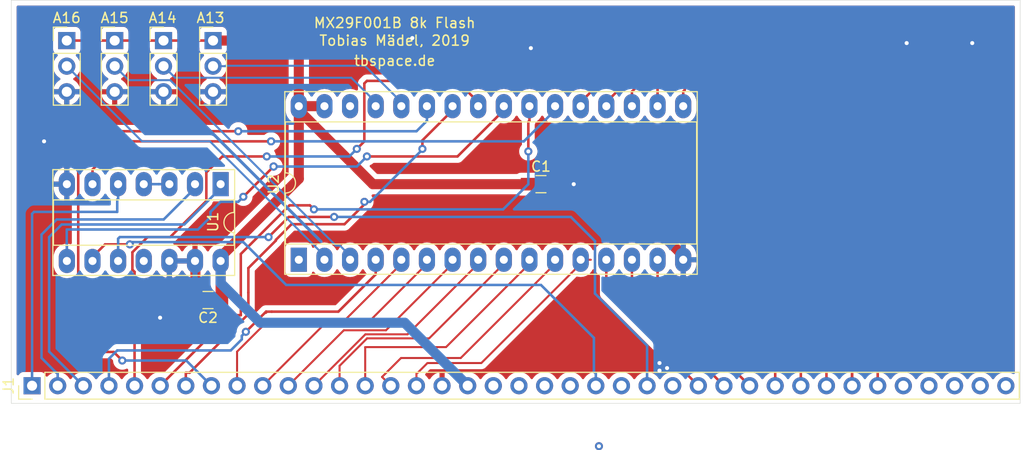
<source format=kicad_pcb>
(kicad_pcb (version 20171130) (host pcbnew 5.1.4)

  (general
    (thickness 1.6)
    (drawings 12)
    (tracks 286)
    (zones 0)
    (modules 9)
    (nets 50)
  )

  (page A4)
  (layers
    (0 F.Cu signal)
    (31 B.Cu signal)
    (32 B.Adhes user)
    (33 F.Adhes user)
    (34 B.Paste user)
    (35 F.Paste user)
    (36 B.SilkS user)
    (37 F.SilkS user)
    (38 B.Mask user)
    (39 F.Mask user)
    (40 Dwgs.User user)
    (41 Cmts.User user)
    (42 Eco1.User user)
    (43 Eco2.User user)
    (44 Edge.Cuts user)
    (45 Margin user)
    (46 B.CrtYd user)
    (47 F.CrtYd user)
    (48 B.Fab user)
    (49 F.Fab user)
  )

  (setup
    (last_trace_width 0.25)
    (user_trace_width 0.2)
    (user_trace_width 1)
    (trace_clearance 0.2)
    (zone_clearance 0.508)
    (zone_45_only no)
    (trace_min 0.2)
    (via_size 0.8)
    (via_drill 0.4)
    (via_min_size 0.4)
    (via_min_drill 0.3)
    (uvia_size 0.3)
    (uvia_drill 0.1)
    (uvias_allowed no)
    (uvia_min_size 0.2)
    (uvia_min_drill 0.1)
    (edge_width 0.05)
    (segment_width 0.2)
    (pcb_text_width 0.3)
    (pcb_text_size 1.5 1.5)
    (mod_edge_width 0.12)
    (mod_text_size 1 1)
    (mod_text_width 0.15)
    (pad_size 1.524 1.524)
    (pad_drill 0.762)
    (pad_to_mask_clearance 0.051)
    (solder_mask_min_width 0.25)
    (aux_axis_origin 0 0)
    (visible_elements FFFFFF7F)
    (pcbplotparams
      (layerselection 0x010fc_ffffffff)
      (usegerberextensions true)
      (usegerberattributes false)
      (usegerberadvancedattributes false)
      (creategerberjobfile false)
      (excludeedgelayer true)
      (linewidth 0.100000)
      (plotframeref false)
      (viasonmask false)
      (mode 1)
      (useauxorigin false)
      (hpglpennumber 1)
      (hpglpenspeed 20)
      (hpglpendiameter 15.000000)
      (psnegative false)
      (psa4output false)
      (plotreference true)
      (plotvalue true)
      (plotinvisibletext false)
      (padsonsilk false)
      (subtractmaskfromsilk false)
      (outputformat 1)
      (mirror false)
      (drillshape 0)
      (scaleselection 1)
      (outputdirectory "gerber/"))
  )

  (net 0 "")
  (net 1 "Net-(J1-Pad39)")
  (net 2 "Net-(J1-Pad38)")
  (net 3 "Net-(J1-Pad37)")
  (net 4 "Net-(J1-Pad36)")
  (net 5 "Net-(J1-Pad35)")
  (net 6 "Net-(J1-Pad26)")
  (net 7 "Net-(J1-Pad24)")
  (net 8 "Net-(J1-Pad22)")
  (net 9 "Net-(J1-Pad21)")
  (net 10 "Net-(J1-Pad20)")
  (net 11 "Net-(J1-Pad19)")
  (net 12 /D7)
  (net 13 /D6)
  (net 14 /D5)
  (net 15 /D4)
  (net 16 /D3)
  (net 17 /D2)
  (net 18 /D1)
  (net 19 /D0)
  (net 20 "Net-(J2-Pad2)")
  (net 21 "Net-(J3-Pad2)")
  (net 22 +5V)
  (net 23 GND)
  (net 24 /RD)
  (net 25 /MREQ)
  (net 26 /A0)
  (net 27 /A1)
  (net 28 /A2)
  (net 29 /A3)
  (net 30 /A4)
  (net 31 /A5)
  (net 32 /A6)
  (net 33 /A7)
  (net 34 /A8)
  (net 35 /A9)
  (net 36 /A10)
  (net 37 /A11)
  (net 38 /A12)
  (net 39 /A13)
  (net 40 /A14)
  (net 41 /A15)
  (net 42 "Net-(J4-Pad2)")
  (net 43 "Net-(J5-Pad2)")
  (net 44 /OE)
  (net 45 "Net-(U1-Pad3)")
  (net 46 "Net-(U1-Pad11)")
  (net 47 /CE)
  (net 48 "Net-(U2-Pad1)")
  (net 49 "Net-(U2-Pad30)")

  (net_class Default "Dies ist die voreingestellte Netzklasse."
    (clearance 0.2)
    (trace_width 0.25)
    (via_dia 0.8)
    (via_drill 0.4)
    (uvia_dia 0.3)
    (uvia_drill 0.1)
    (add_net +5V)
    (add_net /A0)
    (add_net /A1)
    (add_net /A10)
    (add_net /A11)
    (add_net /A12)
    (add_net /A13)
    (add_net /A14)
    (add_net /A15)
    (add_net /A2)
    (add_net /A3)
    (add_net /A4)
    (add_net /A5)
    (add_net /A6)
    (add_net /A7)
    (add_net /A8)
    (add_net /A9)
    (add_net /CE)
    (add_net /D0)
    (add_net /D1)
    (add_net /D2)
    (add_net /D3)
    (add_net /D4)
    (add_net /D5)
    (add_net /D6)
    (add_net /D7)
    (add_net /MREQ)
    (add_net /OE)
    (add_net /RD)
    (add_net GND)
    (add_net "Net-(J1-Pad19)")
    (add_net "Net-(J1-Pad20)")
    (add_net "Net-(J1-Pad21)")
    (add_net "Net-(J1-Pad22)")
    (add_net "Net-(J1-Pad24)")
    (add_net "Net-(J1-Pad26)")
    (add_net "Net-(J1-Pad35)")
    (add_net "Net-(J1-Pad36)")
    (add_net "Net-(J1-Pad37)")
    (add_net "Net-(J1-Pad38)")
    (add_net "Net-(J1-Pad39)")
    (add_net "Net-(J2-Pad2)")
    (add_net "Net-(J3-Pad2)")
    (add_net "Net-(J4-Pad2)")
    (add_net "Net-(J5-Pad2)")
    (add_net "Net-(U1-Pad11)")
    (add_net "Net-(U1-Pad3)")
    (add_net "Net-(U2-Pad1)")
    (add_net "Net-(U2-Pad30)")
  )

  (module Housings_DIP:DIP-32_W15.24mm_Socket_LongPads (layer F.Cu) (tedit 59C78D6C) (tstamp 5D9D041D)
    (at 48.5 175.75 90)
    (descr "32-lead though-hole mounted DIP package, row spacing 15.24 mm (600 mils), Socket, LongPads")
    (tags "THT DIP DIL PDIP 2.54mm 15.24mm 600mil Socket LongPads")
    (path /5D9D1038)
    (fp_text reference U2 (at 7.5 -2.5 90) (layer F.SilkS)
      (effects (font (size 1 1) (thickness 0.15)))
    )
    (fp_text value 29F001B (at 7.62 40.43 90) (layer F.Fab)
      (effects (font (size 1 1) (thickness 0.15)))
    )
    (fp_arc (start 7.62 -1.33) (end 6.62 -1.33) (angle -180) (layer F.SilkS) (width 0.12))
    (fp_line (start 1.255 -1.27) (end 14.985 -1.27) (layer F.Fab) (width 0.1))
    (fp_line (start 14.985 -1.27) (end 14.985 39.37) (layer F.Fab) (width 0.1))
    (fp_line (start 14.985 39.37) (end 0.255 39.37) (layer F.Fab) (width 0.1))
    (fp_line (start 0.255 39.37) (end 0.255 -0.27) (layer F.Fab) (width 0.1))
    (fp_line (start 0.255 -0.27) (end 1.255 -1.27) (layer F.Fab) (width 0.1))
    (fp_line (start -1.27 -1.33) (end -1.27 39.43) (layer F.Fab) (width 0.1))
    (fp_line (start -1.27 39.43) (end 16.51 39.43) (layer F.Fab) (width 0.1))
    (fp_line (start 16.51 39.43) (end 16.51 -1.33) (layer F.Fab) (width 0.1))
    (fp_line (start 16.51 -1.33) (end -1.27 -1.33) (layer F.Fab) (width 0.1))
    (fp_line (start 6.62 -1.33) (end 1.56 -1.33) (layer F.SilkS) (width 0.12))
    (fp_line (start 1.56 -1.33) (end 1.56 39.43) (layer F.SilkS) (width 0.12))
    (fp_line (start 1.56 39.43) (end 13.68 39.43) (layer F.SilkS) (width 0.12))
    (fp_line (start 13.68 39.43) (end 13.68 -1.33) (layer F.SilkS) (width 0.12))
    (fp_line (start 13.68 -1.33) (end 8.62 -1.33) (layer F.SilkS) (width 0.12))
    (fp_line (start -1.44 -1.39) (end -1.44 39.49) (layer F.SilkS) (width 0.12))
    (fp_line (start -1.44 39.49) (end 16.68 39.49) (layer F.SilkS) (width 0.12))
    (fp_line (start 16.68 39.49) (end 16.68 -1.39) (layer F.SilkS) (width 0.12))
    (fp_line (start 16.68 -1.39) (end -1.44 -1.39) (layer F.SilkS) (width 0.12))
    (fp_line (start -1.55 -1.6) (end -1.55 39.7) (layer F.CrtYd) (width 0.05))
    (fp_line (start -1.55 39.7) (end 16.8 39.7) (layer F.CrtYd) (width 0.05))
    (fp_line (start 16.8 39.7) (end 16.8 -1.6) (layer F.CrtYd) (width 0.05))
    (fp_line (start 16.8 -1.6) (end -1.55 -1.6) (layer F.CrtYd) (width 0.05))
    (fp_text user %R (at 0.75 40.5 270) (layer F.Fab)
      (effects (font (size 1 1) (thickness 0.15)))
    )
    (pad 1 thru_hole rect (at 0 0 90) (size 2.4 1.6) (drill 0.8) (layers *.Cu *.Mask)
      (net 48 "Net-(U2-Pad1)"))
    (pad 17 thru_hole oval (at 15.24 38.1 90) (size 2.4 1.6) (drill 0.8) (layers *.Cu *.Mask)
      (net 16 /D3))
    (pad 2 thru_hole oval (at 0 2.54 90) (size 2.4 1.6) (drill 0.8) (layers *.Cu *.Mask)
      (net 20 "Net-(J2-Pad2)"))
    (pad 18 thru_hole oval (at 15.24 35.56 90) (size 2.4 1.6) (drill 0.8) (layers *.Cu *.Mask)
      (net 15 /D4))
    (pad 3 thru_hole oval (at 0 5.08 90) (size 2.4 1.6) (drill 0.8) (layers *.Cu *.Mask)
      (net 21 "Net-(J3-Pad2)"))
    (pad 19 thru_hole oval (at 15.24 33.02 90) (size 2.4 1.6) (drill 0.8) (layers *.Cu *.Mask)
      (net 14 /D5))
    (pad 4 thru_hole oval (at 0 7.62 90) (size 2.4 1.6) (drill 0.8) (layers *.Cu *.Mask)
      (net 38 /A12))
    (pad 20 thru_hole oval (at 15.24 30.48 90) (size 2.4 1.6) (drill 0.8) (layers *.Cu *.Mask)
      (net 13 /D6))
    (pad 5 thru_hole oval (at 0 10.16 90) (size 2.4 1.6) (drill 0.8) (layers *.Cu *.Mask)
      (net 33 /A7))
    (pad 21 thru_hole oval (at 15.24 27.94 90) (size 2.4 1.6) (drill 0.8) (layers *.Cu *.Mask)
      (net 12 /D7))
    (pad 6 thru_hole oval (at 0 12.7 90) (size 2.4 1.6) (drill 0.8) (layers *.Cu *.Mask)
      (net 32 /A6))
    (pad 22 thru_hole oval (at 15.24 25.4 90) (size 2.4 1.6) (drill 0.8) (layers *.Cu *.Mask)
      (net 47 /CE))
    (pad 7 thru_hole oval (at 0 15.24 90) (size 2.4 1.6) (drill 0.8) (layers *.Cu *.Mask)
      (net 31 /A5))
    (pad 23 thru_hole oval (at 15.24 22.86 90) (size 2.4 1.6) (drill 0.8) (layers *.Cu *.Mask)
      (net 36 /A10))
    (pad 8 thru_hole oval (at 0 17.78 90) (size 2.4 1.6) (drill 0.8) (layers *.Cu *.Mask)
      (net 30 /A4))
    (pad 24 thru_hole oval (at 15.24 20.32 90) (size 2.4 1.6) (drill 0.8) (layers *.Cu *.Mask)
      (net 44 /OE))
    (pad 9 thru_hole oval (at 0 20.32 90) (size 2.4 1.6) (drill 0.8) (layers *.Cu *.Mask)
      (net 29 /A3))
    (pad 25 thru_hole oval (at 15.24 17.78 90) (size 2.4 1.6) (drill 0.8) (layers *.Cu *.Mask)
      (net 37 /A11))
    (pad 10 thru_hole oval (at 0 22.86 90) (size 2.4 1.6) (drill 0.8) (layers *.Cu *.Mask)
      (net 28 /A2))
    (pad 26 thru_hole oval (at 15.24 15.24 90) (size 2.4 1.6) (drill 0.8) (layers *.Cu *.Mask)
      (net 35 /A9))
    (pad 11 thru_hole oval (at 0 25.4 90) (size 2.4 1.6) (drill 0.8) (layers *.Cu *.Mask)
      (net 27 /A1))
    (pad 27 thru_hole oval (at 15.24 12.7 90) (size 2.4 1.6) (drill 0.8) (layers *.Cu *.Mask)
      (net 34 /A8))
    (pad 12 thru_hole oval (at 0 27.94 90) (size 2.4 1.6) (drill 0.8) (layers *.Cu *.Mask)
      (net 26 /A0))
    (pad 28 thru_hole oval (at 15.24 10.16 90) (size 2.4 1.6) (drill 0.8) (layers *.Cu *.Mask)
      (net 43 "Net-(J5-Pad2)"))
    (pad 13 thru_hole oval (at 0 30.48 90) (size 2.4 1.6) (drill 0.8) (layers *.Cu *.Mask)
      (net 19 /D0))
    (pad 29 thru_hole oval (at 15.24 7.62 90) (size 2.4 1.6) (drill 0.8) (layers *.Cu *.Mask)
      (net 42 "Net-(J4-Pad2)"))
    (pad 14 thru_hole oval (at 0 33.02 90) (size 2.4 1.6) (drill 0.8) (layers *.Cu *.Mask)
      (net 18 /D1))
    (pad 30 thru_hole oval (at 15.24 5.08 90) (size 2.4 1.6) (drill 0.8) (layers *.Cu *.Mask)
      (net 49 "Net-(U2-Pad30)"))
    (pad 15 thru_hole oval (at 0 35.56 90) (size 2.4 1.6) (drill 0.8) (layers *.Cu *.Mask)
      (net 17 /D2))
    (pad 31 thru_hole oval (at 15.24 2.54 90) (size 2.4 1.6) (drill 0.8) (layers *.Cu *.Mask)
      (net 22 +5V))
    (pad 16 thru_hole oval (at 0 38.1 90) (size 2.4 1.6) (drill 0.8) (layers *.Cu *.Mask)
      (net 23 GND))
    (pad 32 thru_hole oval (at 15.24 0 90) (size 2.4 1.6) (drill 0.8) (layers *.Cu *.Mask)
      (net 22 +5V))
    (model ${KISYS3DMOD}/Housings_DIP.3dshapes/DIP-32_W15.24mm_Socket.wrl
      (at (xyz 0 0 0))
      (scale (xyz 1 1 1))
      (rotate (xyz 0 0 0))
    )
  )

  (module Housings_DIP:DIP-14_W7.62mm_Socket_LongPads (layer F.Cu) (tedit 59C78D6B) (tstamp 5D9D27E9)
    (at 40.75 168.25 270)
    (descr "14-lead though-hole mounted DIP package, row spacing 7.62 mm (300 mils), Socket, LongPads")
    (tags "THT DIP DIL PDIP 2.54mm 7.62mm 300mil Socket LongPads")
    (path /5D9D21FA)
    (fp_text reference U1 (at 3.75 0.75 90) (layer F.SilkS)
      (effects (font (size 1 1) (thickness 0.15)))
    )
    (fp_text value 74LS32 (at 3.81 17.57 90) (layer F.Fab)
      (effects (font (size 1 1) (thickness 0.15)))
    )
    (fp_arc (start 3.81 -1.33) (end 2.81 -1.33) (angle -180) (layer F.SilkS) (width 0.12))
    (fp_line (start 1.635 -1.27) (end 6.985 -1.27) (layer F.Fab) (width 0.1))
    (fp_line (start 6.985 -1.27) (end 6.985 16.51) (layer F.Fab) (width 0.1))
    (fp_line (start 6.985 16.51) (end 0.635 16.51) (layer F.Fab) (width 0.1))
    (fp_line (start 0.635 16.51) (end 0.635 -0.27) (layer F.Fab) (width 0.1))
    (fp_line (start 0.635 -0.27) (end 1.635 -1.27) (layer F.Fab) (width 0.1))
    (fp_line (start -1.27 -1.33) (end -1.27 16.57) (layer F.Fab) (width 0.1))
    (fp_line (start -1.27 16.57) (end 8.89 16.57) (layer F.Fab) (width 0.1))
    (fp_line (start 8.89 16.57) (end 8.89 -1.33) (layer F.Fab) (width 0.1))
    (fp_line (start 8.89 -1.33) (end -1.27 -1.33) (layer F.Fab) (width 0.1))
    (fp_line (start 2.81 -1.33) (end 1.56 -1.33) (layer F.SilkS) (width 0.12))
    (fp_line (start 1.56 -1.33) (end 1.56 16.57) (layer F.SilkS) (width 0.12))
    (fp_line (start 1.56 16.57) (end 6.06 16.57) (layer F.SilkS) (width 0.12))
    (fp_line (start 6.06 16.57) (end 6.06 -1.33) (layer F.SilkS) (width 0.12))
    (fp_line (start 6.06 -1.33) (end 4.81 -1.33) (layer F.SilkS) (width 0.12))
    (fp_line (start -1.44 -1.39) (end -1.44 16.63) (layer F.SilkS) (width 0.12))
    (fp_line (start -1.44 16.63) (end 9.06 16.63) (layer F.SilkS) (width 0.12))
    (fp_line (start 9.06 16.63) (end 9.06 -1.39) (layer F.SilkS) (width 0.12))
    (fp_line (start 9.06 -1.39) (end -1.44 -1.39) (layer F.SilkS) (width 0.12))
    (fp_line (start -1.55 -1.6) (end -1.55 16.85) (layer F.CrtYd) (width 0.05))
    (fp_line (start -1.55 16.85) (end 9.15 16.85) (layer F.CrtYd) (width 0.05))
    (fp_line (start 9.15 16.85) (end 9.15 -1.6) (layer F.CrtYd) (width 0.05))
    (fp_line (start 9.15 -1.6) (end -1.55 -1.6) (layer F.CrtYd) (width 0.05))
    (fp_text user %R (at 8 17.5 270) (layer F.Fab)
      (effects (font (size 1 1) (thickness 0.15)))
    )
    (pad 1 thru_hole rect (at 0 0 270) (size 2.4 1.6) (drill 0.8) (layers *.Cu *.Mask)
      (net 39 /A13))
    (pad 8 thru_hole oval (at 7.62 15.24 270) (size 2.4 1.6) (drill 0.8) (layers *.Cu *.Mask)
      (net 44 /OE))
    (pad 2 thru_hole oval (at 0 2.54 270) (size 2.4 1.6) (drill 0.8) (layers *.Cu *.Mask)
      (net 40 /A14))
    (pad 9 thru_hole oval (at 7.62 12.7 270) (size 2.4 1.6) (drill 0.8) (layers *.Cu *.Mask)
      (net 25 /MREQ))
    (pad 3 thru_hole oval (at 0 5.08 270) (size 2.4 1.6) (drill 0.8) (layers *.Cu *.Mask)
      (net 45 "Net-(U1-Pad3)"))
    (pad 10 thru_hole oval (at 7.62 10.16 270) (size 2.4 1.6) (drill 0.8) (layers *.Cu *.Mask)
      (net 24 /RD))
    (pad 4 thru_hole oval (at 0 7.62 270) (size 2.4 1.6) (drill 0.8) (layers *.Cu *.Mask)
      (net 45 "Net-(U1-Pad3)"))
    (pad 11 thru_hole oval (at 7.62 7.62 270) (size 2.4 1.6) (drill 0.8) (layers *.Cu *.Mask)
      (net 46 "Net-(U1-Pad11)"))
    (pad 5 thru_hole oval (at 0 10.16 270) (size 2.4 1.6) (drill 0.8) (layers *.Cu *.Mask)
      (net 41 /A15))
    (pad 12 thru_hole oval (at 7.62 5.08 270) (size 2.4 1.6) (drill 0.8) (layers *.Cu *.Mask)
      (net 23 GND))
    (pad 6 thru_hole oval (at 0 12.7 270) (size 2.4 1.6) (drill 0.8) (layers *.Cu *.Mask)
      (net 47 /CE))
    (pad 13 thru_hole oval (at 7.62 2.54 270) (size 2.4 1.6) (drill 0.8) (layers *.Cu *.Mask)
      (net 23 GND))
    (pad 7 thru_hole oval (at 0 15.24 270) (size 2.4 1.6) (drill 0.8) (layers *.Cu *.Mask)
      (net 23 GND))
    (pad 14 thru_hole oval (at 7.62 0 270) (size 2.4 1.6) (drill 0.8) (layers *.Cu *.Mask)
      (net 22 +5V))
    (model ${KISYS3DMOD}/Housings_DIP.3dshapes/DIP-14_W7.62mm_Socket.wrl
      (at (xyz 0 0 0))
      (scale (xyz 1 1 1))
      (rotate (xyz 0 0 0))
    )
  )

  (module Pin_Headers:Pin_Header_Straight_1x03_Pitch2.54mm (layer F.Cu) (tedit 59650532) (tstamp 5D9D0417)
    (at 40 154)
    (descr "Through hole straight pin header, 1x03, 2.54mm pitch, single row")
    (tags "Through hole pin header THT 1x03 2.54mm single row")
    (path /5DA12C09)
    (fp_text reference J5 (at 0 -2.33) (layer F.SilkS) hide
      (effects (font (size 1 1) (thickness 0.15)))
    )
    (fp_text value A13 (at 0 7.41) (layer F.Fab)
      (effects (font (size 1 1) (thickness 0.15)))
    )
    (fp_line (start -0.635 -1.27) (end 1.27 -1.27) (layer F.Fab) (width 0.1))
    (fp_line (start 1.27 -1.27) (end 1.27 6.35) (layer F.Fab) (width 0.1))
    (fp_line (start 1.27 6.35) (end -1.27 6.35) (layer F.Fab) (width 0.1))
    (fp_line (start -1.27 6.35) (end -1.27 -0.635) (layer F.Fab) (width 0.1))
    (fp_line (start -1.27 -0.635) (end -0.635 -1.27) (layer F.Fab) (width 0.1))
    (fp_line (start -1.33 6.41) (end 1.33 6.41) (layer F.SilkS) (width 0.12))
    (fp_line (start -1.33 1.27) (end -1.33 6.41) (layer F.SilkS) (width 0.12))
    (fp_line (start 1.33 1.27) (end 1.33 6.41) (layer F.SilkS) (width 0.12))
    (fp_line (start -1.33 1.27) (end 1.33 1.27) (layer F.SilkS) (width 0.12))
    (fp_line (start -1.33 0) (end -1.33 -1.33) (layer F.SilkS) (width 0.12))
    (fp_line (start -1.33 -1.33) (end 0 -1.33) (layer F.SilkS) (width 0.12))
    (fp_line (start -1.8 -1.8) (end -1.8 6.85) (layer F.CrtYd) (width 0.05))
    (fp_line (start -1.8 6.85) (end 1.8 6.85) (layer F.CrtYd) (width 0.05))
    (fp_line (start 1.8 6.85) (end 1.8 -1.8) (layer F.CrtYd) (width 0.05))
    (fp_line (start 1.8 -1.8) (end -1.8 -1.8) (layer F.CrtYd) (width 0.05))
    (fp_text user %R (at 0 2.54 90) (layer F.Fab)
      (effects (font (size 1 1) (thickness 0.15)))
    )
    (pad 1 thru_hole rect (at 0 0) (size 1.7 1.7) (drill 1) (layers *.Cu *.Mask)
      (net 22 +5V))
    (pad 2 thru_hole oval (at 0 2.54) (size 1.7 1.7) (drill 1) (layers *.Cu *.Mask)
      (net 43 "Net-(J5-Pad2)"))
    (pad 3 thru_hole oval (at 0 5.08) (size 1.7 1.7) (drill 1) (layers *.Cu *.Mask)
      (net 23 GND))
    (model ${KISYS3DMOD}/Pin_Headers.3dshapes/Pin_Header_Straight_1x03_Pitch2.54mm.wrl
      (at (xyz 0 0 0))
      (scale (xyz 1 1 1))
      (rotate (xyz 0 0 0))
    )
  )

  (module Pin_Headers:Pin_Header_Straight_1x03_Pitch2.54mm (layer F.Cu) (tedit 59650532) (tstamp 5D9D1F2B)
    (at 35.09 154)
    (descr "Through hole straight pin header, 1x03, 2.54mm pitch, single row")
    (tags "Through hole pin header THT 1x03 2.54mm single row")
    (path /5DA0AB31)
    (fp_text reference J4 (at 0 -2.33) (layer F.SilkS) hide
      (effects (font (size 1 1) (thickness 0.15)))
    )
    (fp_text value A14 (at 0 7.41) (layer F.Fab)
      (effects (font (size 1 1) (thickness 0.15)))
    )
    (fp_line (start -0.635 -1.27) (end 1.27 -1.27) (layer F.Fab) (width 0.1))
    (fp_line (start 1.27 -1.27) (end 1.27 6.35) (layer F.Fab) (width 0.1))
    (fp_line (start 1.27 6.35) (end -1.27 6.35) (layer F.Fab) (width 0.1))
    (fp_line (start -1.27 6.35) (end -1.27 -0.635) (layer F.Fab) (width 0.1))
    (fp_line (start -1.27 -0.635) (end -0.635 -1.27) (layer F.Fab) (width 0.1))
    (fp_line (start -1.33 6.41) (end 1.33 6.41) (layer F.SilkS) (width 0.12))
    (fp_line (start -1.33 1.27) (end -1.33 6.41) (layer F.SilkS) (width 0.12))
    (fp_line (start 1.33 1.27) (end 1.33 6.41) (layer F.SilkS) (width 0.12))
    (fp_line (start -1.33 1.27) (end 1.33 1.27) (layer F.SilkS) (width 0.12))
    (fp_line (start -1.33 0) (end -1.33 -1.33) (layer F.SilkS) (width 0.12))
    (fp_line (start -1.33 -1.33) (end 0 -1.33) (layer F.SilkS) (width 0.12))
    (fp_line (start -1.8 -1.8) (end -1.8 6.85) (layer F.CrtYd) (width 0.05))
    (fp_line (start -1.8 6.85) (end 1.8 6.85) (layer F.CrtYd) (width 0.05))
    (fp_line (start 1.8 6.85) (end 1.8 -1.8) (layer F.CrtYd) (width 0.05))
    (fp_line (start 1.8 -1.8) (end -1.8 -1.8) (layer F.CrtYd) (width 0.05))
    (fp_text user %R (at 0 2.54 90) (layer F.Fab)
      (effects (font (size 1 1) (thickness 0.15)))
    )
    (pad 1 thru_hole rect (at 0 0) (size 1.7 1.7) (drill 1) (layers *.Cu *.Mask)
      (net 22 +5V))
    (pad 2 thru_hole oval (at 0 2.54) (size 1.7 1.7) (drill 1) (layers *.Cu *.Mask)
      (net 42 "Net-(J4-Pad2)"))
    (pad 3 thru_hole oval (at 0 5.08) (size 1.7 1.7) (drill 1) (layers *.Cu *.Mask)
      (net 23 GND))
    (model ${KISYS3DMOD}/Pin_Headers.3dshapes/Pin_Header_Straight_1x03_Pitch2.54mm.wrl
      (at (xyz 0 0 0))
      (scale (xyz 1 1 1))
      (rotate (xyz 0 0 0))
    )
  )

  (module Pin_Headers:Pin_Header_Straight_1x03_Pitch2.54mm (layer F.Cu) (tedit 59650532) (tstamp 5D9D1F6D)
    (at 30.25 154)
    (descr "Through hole straight pin header, 1x03, 2.54mm pitch, single row")
    (tags "Through hole pin header THT 1x03 2.54mm single row")
    (path /5DA08F27)
    (fp_text reference J3 (at 0 -2.33) (layer F.SilkS) hide
      (effects (font (size 1 1) (thickness 0.15)))
    )
    (fp_text value A15 (at 0 7.41) (layer F.Fab)
      (effects (font (size 1 1) (thickness 0.15)))
    )
    (fp_line (start -0.635 -1.27) (end 1.27 -1.27) (layer F.Fab) (width 0.1))
    (fp_line (start 1.27 -1.27) (end 1.27 6.35) (layer F.Fab) (width 0.1))
    (fp_line (start 1.27 6.35) (end -1.27 6.35) (layer F.Fab) (width 0.1))
    (fp_line (start -1.27 6.35) (end -1.27 -0.635) (layer F.Fab) (width 0.1))
    (fp_line (start -1.27 -0.635) (end -0.635 -1.27) (layer F.Fab) (width 0.1))
    (fp_line (start -1.33 6.41) (end 1.33 6.41) (layer F.SilkS) (width 0.12))
    (fp_line (start -1.33 1.27) (end -1.33 6.41) (layer F.SilkS) (width 0.12))
    (fp_line (start 1.33 1.27) (end 1.33 6.41) (layer F.SilkS) (width 0.12))
    (fp_line (start -1.33 1.27) (end 1.33 1.27) (layer F.SilkS) (width 0.12))
    (fp_line (start -1.33 0) (end -1.33 -1.33) (layer F.SilkS) (width 0.12))
    (fp_line (start -1.33 -1.33) (end 0 -1.33) (layer F.SilkS) (width 0.12))
    (fp_line (start -1.8 -1.8) (end -1.8 6.85) (layer F.CrtYd) (width 0.05))
    (fp_line (start -1.8 6.85) (end 1.8 6.85) (layer F.CrtYd) (width 0.05))
    (fp_line (start 1.8 6.85) (end 1.8 -1.8) (layer F.CrtYd) (width 0.05))
    (fp_line (start 1.8 -1.8) (end -1.8 -1.8) (layer F.CrtYd) (width 0.05))
    (fp_text user %R (at 0 2.54 90) (layer F.Fab)
      (effects (font (size 1 1) (thickness 0.15)))
    )
    (pad 1 thru_hole rect (at 0 0) (size 1.7 1.7) (drill 1) (layers *.Cu *.Mask)
      (net 22 +5V))
    (pad 2 thru_hole oval (at 0 2.54) (size 1.7 1.7) (drill 1) (layers *.Cu *.Mask)
      (net 21 "Net-(J3-Pad2)"))
    (pad 3 thru_hole oval (at 0 5.08) (size 1.7 1.7) (drill 1) (layers *.Cu *.Mask)
      (net 23 GND))
    (model ${KISYS3DMOD}/Pin_Headers.3dshapes/Pin_Header_Straight_1x03_Pitch2.54mm.wrl
      (at (xyz 0 0 0))
      (scale (xyz 1 1 1))
      (rotate (xyz 0 0 0))
    )
  )

  (module Pin_Headers:Pin_Header_Straight_1x03_Pitch2.54mm (layer F.Cu) (tedit 59650532) (tstamp 5D9D1FAF)
    (at 25.5 154)
    (descr "Through hole straight pin header, 1x03, 2.54mm pitch, single row")
    (tags "Through hole pin header THT 1x03 2.54mm single row")
    (path /5DA0461D)
    (fp_text reference J2 (at 0 -2.33) (layer F.SilkS) hide
      (effects (font (size 1 1) (thickness 0.15)))
    )
    (fp_text value A16 (at 0 7.41) (layer F.Fab)
      (effects (font (size 1 1) (thickness 0.15)))
    )
    (fp_line (start -0.635 -1.27) (end 1.27 -1.27) (layer F.Fab) (width 0.1))
    (fp_line (start 1.27 -1.27) (end 1.27 6.35) (layer F.Fab) (width 0.1))
    (fp_line (start 1.27 6.35) (end -1.27 6.35) (layer F.Fab) (width 0.1))
    (fp_line (start -1.27 6.35) (end -1.27 -0.635) (layer F.Fab) (width 0.1))
    (fp_line (start -1.27 -0.635) (end -0.635 -1.27) (layer F.Fab) (width 0.1))
    (fp_line (start -1.33 6.41) (end 1.33 6.41) (layer F.SilkS) (width 0.12))
    (fp_line (start -1.33 1.27) (end -1.33 6.41) (layer F.SilkS) (width 0.12))
    (fp_line (start 1.33 1.27) (end 1.33 6.41) (layer F.SilkS) (width 0.12))
    (fp_line (start -1.33 1.27) (end 1.33 1.27) (layer F.SilkS) (width 0.12))
    (fp_line (start -1.33 0) (end -1.33 -1.33) (layer F.SilkS) (width 0.12))
    (fp_line (start -1.33 -1.33) (end 0 -1.33) (layer F.SilkS) (width 0.12))
    (fp_line (start -1.8 -1.8) (end -1.8 6.85) (layer F.CrtYd) (width 0.05))
    (fp_line (start -1.8 6.85) (end 1.8 6.85) (layer F.CrtYd) (width 0.05))
    (fp_line (start 1.8 6.85) (end 1.8 -1.8) (layer F.CrtYd) (width 0.05))
    (fp_line (start 1.8 -1.8) (end -1.8 -1.8) (layer F.CrtYd) (width 0.05))
    (fp_text user %R (at 0 2.54 90) (layer F.Fab)
      (effects (font (size 1 1) (thickness 0.15)))
    )
    (pad 1 thru_hole rect (at 0 0) (size 1.7 1.7) (drill 1) (layers *.Cu *.Mask)
      (net 22 +5V))
    (pad 2 thru_hole oval (at 0 2.54) (size 1.7 1.7) (drill 1) (layers *.Cu *.Mask)
      (net 20 "Net-(J2-Pad2)"))
    (pad 3 thru_hole oval (at 0 5.08) (size 1.7 1.7) (drill 1) (layers *.Cu *.Mask)
      (net 23 GND))
    (model ${KISYS3DMOD}/Pin_Headers.3dshapes/Pin_Header_Straight_1x03_Pitch2.54mm.wrl
      (at (xyz 0 0 0))
      (scale (xyz 1 1 1))
      (rotate (xyz 0 0 0))
    )
  )

  (module Capacitors_SMD:C_0805_HandSoldering (layer F.Cu) (tedit 58AA84A8) (tstamp 5D9D0397)
    (at 39.5 179.75 180)
    (descr "Capacitor SMD 0805, hand soldering")
    (tags "capacitor 0805")
    (path /5D9E68E9)
    (attr smd)
    (fp_text reference C2 (at 0 -1.75) (layer F.SilkS)
      (effects (font (size 1 1) (thickness 0.15)))
    )
    (fp_text value 100n (at 0 1.75) (layer F.Fab)
      (effects (font (size 1 1) (thickness 0.15)))
    )
    (fp_text user %R (at 0 -1.75) (layer F.Fab)
      (effects (font (size 1 1) (thickness 0.15)))
    )
    (fp_line (start -1 0.62) (end -1 -0.62) (layer F.Fab) (width 0.1))
    (fp_line (start 1 0.62) (end -1 0.62) (layer F.Fab) (width 0.1))
    (fp_line (start 1 -0.62) (end 1 0.62) (layer F.Fab) (width 0.1))
    (fp_line (start -1 -0.62) (end 1 -0.62) (layer F.Fab) (width 0.1))
    (fp_line (start 0.5 -0.85) (end -0.5 -0.85) (layer F.SilkS) (width 0.12))
    (fp_line (start -0.5 0.85) (end 0.5 0.85) (layer F.SilkS) (width 0.12))
    (fp_line (start -2.25 -0.88) (end 2.25 -0.88) (layer F.CrtYd) (width 0.05))
    (fp_line (start -2.25 -0.88) (end -2.25 0.87) (layer F.CrtYd) (width 0.05))
    (fp_line (start 2.25 0.87) (end 2.25 -0.88) (layer F.CrtYd) (width 0.05))
    (fp_line (start 2.25 0.87) (end -2.25 0.87) (layer F.CrtYd) (width 0.05))
    (pad 1 smd rect (at -1.25 0 180) (size 1.5 1.25) (layers F.Cu F.Paste F.Mask)
      (net 22 +5V))
    (pad 2 smd rect (at 1.25 0 180) (size 1.5 1.25) (layers F.Cu F.Paste F.Mask)
      (net 23 GND))
    (model Capacitors_SMD.3dshapes/C_0805.wrl
      (at (xyz 0 0 0))
      (scale (xyz 1 1 1))
      (rotate (xyz 0 0 0))
    )
  )

  (module Capacitors_SMD:C_0805_HandSoldering (layer F.Cu) (tedit 58AA84A8) (tstamp 5D9D0394)
    (at 72.5 168.25)
    (descr "Capacitor SMD 0805, hand soldering")
    (tags "capacitor 0805")
    (path /5D9E3F92)
    (attr smd)
    (fp_text reference C1 (at 0 -1.75) (layer F.SilkS)
      (effects (font (size 1 1) (thickness 0.15)))
    )
    (fp_text value 100n (at 0 1.75) (layer F.Fab)
      (effects (font (size 1 1) (thickness 0.15)))
    )
    (fp_text user %R (at 0 -1.75) (layer F.Fab)
      (effects (font (size 1 1) (thickness 0.15)))
    )
    (fp_line (start -1 0.62) (end -1 -0.62) (layer F.Fab) (width 0.1))
    (fp_line (start 1 0.62) (end -1 0.62) (layer F.Fab) (width 0.1))
    (fp_line (start 1 -0.62) (end 1 0.62) (layer F.Fab) (width 0.1))
    (fp_line (start -1 -0.62) (end 1 -0.62) (layer F.Fab) (width 0.1))
    (fp_line (start 0.5 -0.85) (end -0.5 -0.85) (layer F.SilkS) (width 0.12))
    (fp_line (start -0.5 0.85) (end 0.5 0.85) (layer F.SilkS) (width 0.12))
    (fp_line (start -2.25 -0.88) (end 2.25 -0.88) (layer F.CrtYd) (width 0.05))
    (fp_line (start -2.25 -0.88) (end -2.25 0.87) (layer F.CrtYd) (width 0.05))
    (fp_line (start 2.25 0.87) (end 2.25 -0.88) (layer F.CrtYd) (width 0.05))
    (fp_line (start 2.25 0.87) (end -2.25 0.87) (layer F.CrtYd) (width 0.05))
    (pad 1 smd rect (at -1.25 0) (size 1.5 1.25) (layers F.Cu F.Paste F.Mask)
      (net 22 +5V))
    (pad 2 smd rect (at 1.25 0) (size 1.5 1.25) (layers F.Cu F.Paste F.Mask)
      (net 23 GND))
    (model Capacitors_SMD.3dshapes/C_0805.wrl
      (at (xyz 0 0 0))
      (scale (xyz 1 1 1))
      (rotate (xyz 0 0 0))
    )
  )

  (module Connector_PinHeader_2.54mm:PinHeader_1x39_P2.54mm_Vertical (layer F.Cu) (tedit 59FED5CC) (tstamp 5D9B6740)
    (at 22.06 188.25 90)
    (descr "Through hole straight pin header, 1x39, 2.54mm pitch, single row")
    (tags "Through hole pin header THT 1x39 2.54mm single row")
    (path /5D9CB856)
    (fp_text reference J1 (at 0 -2.33 90) (layer F.SilkS)
      (effects (font (size 1 1) (thickness 0.15)))
    )
    (fp_text value RC2014BUS (at 2.75 93.19 180) (layer F.Fab)
      (effects (font (size 1 1) (thickness 0.15)))
    )
    (fp_text user %R (at 0 48.26) (layer F.Fab)
      (effects (font (size 1 1) (thickness 0.15)))
    )
    (fp_line (start 1.8 -1.8) (end -1.8 -1.8) (layer F.CrtYd) (width 0.05))
    (fp_line (start 1.8 98.3) (end 1.8 -1.8) (layer F.CrtYd) (width 0.05))
    (fp_line (start -1.8 98.3) (end 1.8 98.3) (layer F.CrtYd) (width 0.05))
    (fp_line (start -1.8 -1.8) (end -1.8 98.3) (layer F.CrtYd) (width 0.05))
    (fp_line (start -1.33 -1.33) (end 0 -1.33) (layer F.SilkS) (width 0.12))
    (fp_line (start -1.33 0) (end -1.33 -1.33) (layer F.SilkS) (width 0.12))
    (fp_line (start -1.33 1.27) (end 1.33 1.27) (layer F.SilkS) (width 0.12))
    (fp_line (start 1.33 1.27) (end 1.33 97.85) (layer F.SilkS) (width 0.12))
    (fp_line (start -1.33 1.27) (end -1.33 97.85) (layer F.SilkS) (width 0.12))
    (fp_line (start -1.33 97.85) (end 1.33 97.85) (layer F.SilkS) (width 0.12))
    (fp_line (start -1.27 -0.635) (end -0.635 -1.27) (layer F.Fab) (width 0.1))
    (fp_line (start -1.27 97.79) (end -1.27 -0.635) (layer F.Fab) (width 0.1))
    (fp_line (start 1.27 97.79) (end -1.27 97.79) (layer F.Fab) (width 0.1))
    (fp_line (start 1.27 -1.27) (end 1.27 97.79) (layer F.Fab) (width 0.1))
    (fp_line (start -0.635 -1.27) (end 1.27 -1.27) (layer F.Fab) (width 0.1))
    (pad 39 thru_hole oval (at 0 96.52 90) (size 1.7 1.7) (drill 1) (layers *.Cu *.Mask)
      (net 1 "Net-(J1-Pad39)"))
    (pad 38 thru_hole oval (at 0 93.98 90) (size 1.7 1.7) (drill 1) (layers *.Cu *.Mask)
      (net 2 "Net-(J1-Pad38)"))
    (pad 37 thru_hole oval (at 0 91.44 90) (size 1.7 1.7) (drill 1) (layers *.Cu *.Mask)
      (net 3 "Net-(J1-Pad37)"))
    (pad 36 thru_hole oval (at 0 88.9 90) (size 1.7 1.7) (drill 1) (layers *.Cu *.Mask)
      (net 4 "Net-(J1-Pad36)"))
    (pad 35 thru_hole oval (at 0 86.36 90) (size 1.7 1.7) (drill 1) (layers *.Cu *.Mask)
      (net 5 "Net-(J1-Pad35)"))
    (pad 34 thru_hole oval (at 0 83.82 90) (size 1.7 1.7) (drill 1) (layers *.Cu *.Mask)
      (net 12 /D7))
    (pad 33 thru_hole oval (at 0 81.28 90) (size 1.7 1.7) (drill 1) (layers *.Cu *.Mask)
      (net 13 /D6))
    (pad 32 thru_hole oval (at 0 78.74 90) (size 1.7 1.7) (drill 1) (layers *.Cu *.Mask)
      (net 14 /D5))
    (pad 31 thru_hole oval (at 0 76.2 90) (size 1.7 1.7) (drill 1) (layers *.Cu *.Mask)
      (net 15 /D4))
    (pad 30 thru_hole oval (at 0 73.66 90) (size 1.7 1.7) (drill 1) (layers *.Cu *.Mask)
      (net 16 /D3))
    (pad 29 thru_hole oval (at 0 71.12 90) (size 1.7 1.7) (drill 1) (layers *.Cu *.Mask)
      (net 17 /D2))
    (pad 28 thru_hole oval (at 0 68.58 90) (size 1.7 1.7) (drill 1) (layers *.Cu *.Mask)
      (net 18 /D1))
    (pad 27 thru_hole oval (at 0 66.04 90) (size 1.7 1.7) (drill 1) (layers *.Cu *.Mask)
      (net 19 /D0))
    (pad 26 thru_hole oval (at 0 63.5 90) (size 1.7 1.7) (drill 1) (layers *.Cu *.Mask)
      (net 6 "Net-(J1-Pad26)"))
    (pad 25 thru_hole oval (at 0 60.96 90) (size 1.7 1.7) (drill 1) (layers *.Cu *.Mask)
      (net 24 /RD))
    (pad 24 thru_hole oval (at 0 58.42 90) (size 1.7 1.7) (drill 1) (layers *.Cu *.Mask)
      (net 7 "Net-(J1-Pad24)"))
    (pad 23 thru_hole oval (at 0 55.88 90) (size 1.7 1.7) (drill 1) (layers *.Cu *.Mask)
      (net 25 /MREQ))
    (pad 22 thru_hole oval (at 0 53.34 90) (size 1.7 1.7) (drill 1) (layers *.Cu *.Mask)
      (net 8 "Net-(J1-Pad22)"))
    (pad 21 thru_hole oval (at 0 50.8 90) (size 1.7 1.7) (drill 1) (layers *.Cu *.Mask)
      (net 9 "Net-(J1-Pad21)"))
    (pad 20 thru_hole oval (at 0 48.26 90) (size 1.7 1.7) (drill 1) (layers *.Cu *.Mask)
      (net 10 "Net-(J1-Pad20)"))
    (pad 19 thru_hole oval (at 0 45.72 90) (size 1.7 1.7) (drill 1) (layers *.Cu *.Mask)
      (net 11 "Net-(J1-Pad19)"))
    (pad 18 thru_hole oval (at 0 43.18 90) (size 1.7 1.7) (drill 1) (layers *.Cu *.Mask)
      (net 22 +5V))
    (pad 17 thru_hole oval (at 0 40.64 90) (size 1.7 1.7) (drill 1) (layers *.Cu *.Mask)
      (net 23 GND))
    (pad 16 thru_hole oval (at 0 38.1 90) (size 1.7 1.7) (drill 1) (layers *.Cu *.Mask)
      (net 26 /A0))
    (pad 15 thru_hole oval (at 0 35.56 90) (size 1.7 1.7) (drill 1) (layers *.Cu *.Mask)
      (net 27 /A1))
    (pad 14 thru_hole oval (at 0 33.02 90) (size 1.7 1.7) (drill 1) (layers *.Cu *.Mask)
      (net 28 /A2))
    (pad 13 thru_hole oval (at 0 30.48 90) (size 1.7 1.7) (drill 1) (layers *.Cu *.Mask)
      (net 29 /A3))
    (pad 12 thru_hole oval (at 0 27.94 90) (size 1.7 1.7) (drill 1) (layers *.Cu *.Mask)
      (net 30 /A4))
    (pad 11 thru_hole oval (at 0 25.4 90) (size 1.7 1.7) (drill 1) (layers *.Cu *.Mask)
      (net 31 /A5))
    (pad 10 thru_hole oval (at 0 22.86 90) (size 1.7 1.7) (drill 1) (layers *.Cu *.Mask)
      (net 32 /A6))
    (pad 9 thru_hole oval (at 0 20.32 90) (size 1.7 1.7) (drill 1) (layers *.Cu *.Mask)
      (net 33 /A7))
    (pad 8 thru_hole oval (at 0 17.78 90) (size 1.7 1.7) (drill 1) (layers *.Cu *.Mask)
      (net 34 /A8))
    (pad 7 thru_hole oval (at 0 15.24 90) (size 1.7 1.7) (drill 1) (layers *.Cu *.Mask)
      (net 35 /A9))
    (pad 6 thru_hole oval (at 0 12.7 90) (size 1.7 1.7) (drill 1) (layers *.Cu *.Mask)
      (net 36 /A10))
    (pad 5 thru_hole oval (at 0 10.16 90) (size 1.7 1.7) (drill 1) (layers *.Cu *.Mask)
      (net 37 /A11))
    (pad 4 thru_hole oval (at 0 7.62 90) (size 1.7 1.7) (drill 1) (layers *.Cu *.Mask)
      (net 38 /A12))
    (pad 3 thru_hole oval (at 0 5.08 90) (size 1.7 1.7) (drill 1) (layers *.Cu *.Mask)
      (net 39 /A13))
    (pad 2 thru_hole oval (at 0 2.54 90) (size 1.7 1.7) (drill 1) (layers *.Cu *.Mask)
      (net 40 /A14))
    (pad 1 thru_hole rect (at 0 0 90) (size 1.7 1.7) (drill 1) (layers *.Cu *.Mask)
      (net 41 /A15))
    (model ${KISYS3DMOD}/Connector_PinHeader_2.54mm.3dshapes/PinHeader_1x39_P2.54mm_Vertical.wrl
      (at (xyz 0 0 0))
      (scale (xyz 1 1 1))
      (rotate (xyz 0 0 0))
    )
  )

  (gr_text "Tobias Mädel\ntbspace.de" (at 114.5 164.5 270) (layer F.Cu)
    (effects (font (size 1.5 1.5) (thickness 0.375)))
  )
  (gr_text A13 (at 39.75 151.75) (layer F.SilkS)
    (effects (font (size 1 1) (thickness 0.15)))
  )
  (gr_text A14 (at 35 151.75) (layer F.SilkS)
    (effects (font (size 1 1) (thickness 0.15)))
  )
  (gr_text A15 (at 30.25 151.75) (layer F.SilkS)
    (effects (font (size 1 1) (thickness 0.15)))
  )
  (gr_text A16 (at 25.5 151.75) (layer F.SilkS)
    (effects (font (size 1 1) (thickness 0.15)))
  )
  (gr_text tbspace.de (at 58 156) (layer F.SilkS)
    (effects (font (size 1 1) (thickness 0.15)))
  )
  (gr_text "Tobias Mädel, 2019" (at 58 154) (layer F.SilkS)
    (effects (font (size 1 1) (thickness 0.15)))
  )
  (gr_text "MX29F001B 8k Flash" (at 58 152.25) (layer F.SilkS)
    (effects (font (size 1 1) (thickness 0.15)))
  )
  (gr_line (start 120 190) (end 20 190) (layer Edge.Cuts) (width 0.05) (tstamp 5D9D0E6D))
  (gr_line (start 120 150) (end 120 190) (layer Edge.Cuts) (width 0.05))
  (gr_line (start 20 150) (end 120 150) (layer Edge.Cuts) (width 0.05))
  (gr_line (start 20 190) (end 20 150) (layer Edge.Cuts) (width 0.05))

  (via (at 78.25 194.25) (size 0.8) (drill 0.4) (layers F.Cu B.Cu) (net 0))
  (segment (start 76.44 160.11) (end 84.3 152.25) (width 0.25) (layer F.Cu) (net 12))
  (segment (start 76.44 160.51) (end 76.44 160.11) (width 0.25) (layer F.Cu) (net 12))
  (segment (start 84.3 152.25) (end 100 152.25) (width 0.25) (layer F.Cu) (net 12))
  (segment (start 105.88 158.13) (end 105.88 188.25) (width 0.25) (layer F.Cu) (net 12))
  (segment (start 100 152.25) (end 105.88 158.13) (width 0.25) (layer F.Cu) (net 12))
  (segment (start 103.34 188.25) (end 103.34 187.047919) (width 0.25) (layer F.Cu) (net 13))
  (segment (start 78.98 160.11) (end 85.25 153.84) (width 0.25) (layer F.Cu) (net 13))
  (segment (start 78.98 160.51) (end 78.98 160.11) (width 0.25) (layer F.Cu) (net 13))
  (segment (start 85.25 153.84) (end 98.59 153.84) (width 0.25) (layer F.Cu) (net 13))
  (segment (start 103.34 158.59) (end 103.34 188.25) (width 0.25) (layer F.Cu) (net 13))
  (segment (start 98.59 153.84) (end 103.34 158.59) (width 0.25) (layer F.Cu) (net 13))
  (segment (start 81.52 159.06) (end 85.83 154.75) (width 0.25) (layer F.Cu) (net 14))
  (segment (start 81.52 160.51) (end 81.52 159.06) (width 0.25) (layer F.Cu) (net 14))
  (segment (start 85.83 154.75) (end 97 154.75) (width 0.25) (layer F.Cu) (net 14))
  (segment (start 100.8 158.55) (end 100.8 188.25) (width 0.25) (layer F.Cu) (net 14))
  (segment (start 97 154.75) (end 100.8 158.55) (width 0.25) (layer F.Cu) (net 14))
  (segment (start 98.26 160.62359) (end 98.25 160.61359) (width 0.25) (layer F.Cu) (net 15))
  (segment (start 98.26 188.25) (end 98.26 160.62359) (width 0.25) (layer F.Cu) (net 15))
  (segment (start 98.25 160.61359) (end 98.25 158.5) (width 0.25) (layer F.Cu) (net 15))
  (segment (start 98.25 158.5) (end 95.25 155.5) (width 0.25) (layer F.Cu) (net 15))
  (segment (start 95.25 155.5) (end 86 155.5) (width 0.25) (layer F.Cu) (net 15))
  (segment (start 84.06 157.44) (end 84.06 160.51) (width 0.25) (layer F.Cu) (net 15))
  (segment (start 86 155.5) (end 84.06 157.44) (width 0.25) (layer F.Cu) (net 15))
  (segment (start 86.6 159.06) (end 86.75 158.91) (width 0.25) (layer F.Cu) (net 16))
  (segment (start 86.6 160.51) (end 86.6 159.06) (width 0.25) (layer F.Cu) (net 16))
  (segment (start 86.75 158.91) (end 86.75 157.75) (width 0.25) (layer F.Cu) (net 16))
  (segment (start 86.75 157.75) (end 87.25 157.25) (width 0.25) (layer F.Cu) (net 16))
  (segment (start 87.25 157.25) (end 94.25 157.25) (width 0.25) (layer F.Cu) (net 16))
  (segment (start 95.72 158.72) (end 95.72 188.25) (width 0.25) (layer F.Cu) (net 16))
  (segment (start 94.25 157.25) (end 95.72 158.72) (width 0.25) (layer F.Cu) (net 16))
  (segment (start 84.06 179.13) (end 93.18 188.25) (width 0.25) (layer F.Cu) (net 17))
  (segment (start 84.06 175.75) (end 84.06 179.13) (width 0.25) (layer F.Cu) (net 17))
  (segment (start 90.64 188.25) (end 81.5 179.11) (width 0.25) (layer F.Cu) (net 18))
  (segment (start 81.52 179.09) (end 81.52 175.75) (width 0.25) (layer F.Cu) (net 18))
  (segment (start 81.5 179.11) (end 81.52 179.09) (width 0.25) (layer F.Cu) (net 18))
  (segment (start 78.98 179.13) (end 88.1 188.25) (width 0.25) (layer F.Cu) (net 19))
  (segment (start 78.98 175.75) (end 78.98 179.13) (width 0.25) (layer F.Cu) (net 19))
  (segment (start 51.04 175.35) (end 51.04 175.75) (width 0.2) (layer B.Cu) (net 20))
  (segment (start 32.96 164) (end 39.69 164) (width 0.2) (layer B.Cu) (net 20))
  (segment (start 39.69 164) (end 51.04 175.35) (width 0.2) (layer B.Cu) (net 20))
  (segment (start 25.5 156.54) (end 32.96 164) (width 0.2) (layer B.Cu) (net 20))
  (segment (start 53.58 175.35) (end 53.58 175.75) (width 0.2) (layer B.Cu) (net 21))
  (segment (start 52.58 174.35) (end 53.58 175.35) (width 0.2) (layer B.Cu) (net 21))
  (segment (start 35.759999 157.929999) (end 52.18 174.35) (width 0.2) (layer B.Cu) (net 21))
  (segment (start 52.18 174.35) (end 52.58 174.35) (width 0.2) (layer B.Cu) (net 21))
  (segment (start 31.639999 157.929999) (end 35.759999 157.929999) (width 0.2) (layer B.Cu) (net 21))
  (segment (start 30.25 156.54) (end 31.639999 157.929999) (width 0.2) (layer B.Cu) (net 21))
  (segment (start 48.5 160.91) (end 48.5 160.51) (width 1) (layer F.Cu) (net 22))
  (segment (start 55.84 168.25) (end 48.5 160.91) (width 1) (layer F.Cu) (net 22))
  (segment (start 71.25 168.25) (end 55.84 168.25) (width 1) (layer F.Cu) (net 22))
  (segment (start 40.75 175.87) (end 40.75 179.75) (width 1) (layer F.Cu) (net 22))
  (segment (start 40 154) (end 25.5 154) (width 0.25) (layer F.Cu) (net 22))
  (segment (start 48.5 155) (end 48.5 160.51) (width 1) (layer F.Cu) (net 22))
  (segment (start 40 154) (end 47.5 154) (width 1) (layer F.Cu) (net 22))
  (segment (start 47.5 154) (end 48.5 155) (width 1) (layer F.Cu) (net 22))
  (segment (start 48.5 160.51) (end 51.04 160.51) (width 1) (layer F.Cu) (net 22))
  (segment (start 40.75 175.47) (end 40.75 175.87) (width 1) (layer F.Cu) (net 22))
  (segment (start 48.5 167.72) (end 40.75 175.47) (width 1) (layer F.Cu) (net 22))
  (segment (start 48.5 160.51) (end 48.5 167.72) (width 1) (layer F.Cu) (net 22))
  (segment (start 40.75 178.07) (end 44.68 182) (width 1) (layer B.Cu) (net 22))
  (segment (start 40.75 175.87) (end 40.75 178.07) (width 1) (layer B.Cu) (net 22))
  (segment (start 58.99 182) (end 65.24 188.25) (width 1) (layer B.Cu) (net 22))
  (segment (start 44.68 182) (end 58.99 182) (width 1) (layer B.Cu) (net 22))
  (segment (start 86.6 175.35) (end 86.6 175.75) (width 1) (layer F.Cu) (net 23))
  (segment (start 79.5 168.25) (end 86.6 175.35) (width 1) (layer F.Cu) (net 23))
  (segment (start 73.75 168.25) (end 75.75 168.25) (width 1) (layer F.Cu) (net 23))
  (segment (start 38.25 175.91) (end 38.21 175.87) (width 1) (layer F.Cu) (net 23))
  (segment (start 38.25 179.75) (end 38.25 175.91) (width 1) (layer F.Cu) (net 23))
  (segment (start 26.702081 159.08) (end 40 159.08) (width 0.25) (layer F.Cu) (net 23))
  (segment (start 25.5 159.08) (end 26.702081 159.08) (width 0.25) (layer F.Cu) (net 23))
  (segment (start 25.5 168.24) (end 25.51 168.25) (width 0.25) (layer F.Cu) (net 23))
  (segment (start 25.5 159.08) (end 25.5 168.24) (width 0.25) (layer F.Cu) (net 23))
  (via (at 84.25 186) (size 0.8) (drill 0.4) (layers F.Cu B.Cu) (net 23))
  (via (at 23.25 164) (size 0.8) (drill 0.4) (layers F.Cu B.Cu) (net 23))
  (via (at 34.75 181.5) (size 0.8) (drill 0.4) (layers F.Cu B.Cu) (net 23))
  (via (at 59.75 153.75) (size 0.8) (drill 0.4) (layers F.Cu B.Cu) (net 23))
  (via (at 71.5 154.75) (size 0.8) (drill 0.4) (layers F.Cu B.Cu) (net 23))
  (via (at 108.75 154.25) (size 0.8) (drill 0.4) (layers F.Cu B.Cu) (net 23))
  (via (at 115.25 154.25) (size 0.8) (drill 0.4) (layers F.Cu B.Cu) (net 23))
  (segment (start 75.75 168.25) (end 79.5 168.25) (width 1) (layer F.Cu) (net 23) (tstamp 5D9D24CD))
  (via (at 75.75 168.25) (size 0.8) (drill 0.4) (layers F.Cu B.Cu) (net 23))
  (via (at 85 186.5) (size 0.8) (drill 0.4) (layers F.Cu B.Cu) (net 23))
  (via (at 84.25 186.75) (size 0.8) (drill 0.4) (layers F.Cu B.Cu) (net 23))
  (segment (start 83.02 188.25) (end 83.02 184.27) (width 0.25) (layer B.Cu) (net 24))
  (segment (start 77.85499 179.10499) (end 77.85499 173.89501) (width 0.25) (layer B.Cu) (net 24))
  (segment (start 83.02 184.27) (end 77.85499 179.10499) (width 0.25) (layer B.Cu) (net 24))
  (segment (start 77.85499 173.89501) (end 75.45998 171.5) (width 0.25) (layer B.Cu) (net 24))
  (via (at 52 171.5) (size 0.8) (drill 0.4) (layers F.Cu B.Cu) (net 24))
  (segment (start 75.45998 171.5) (end 52 171.5) (width 0.25) (layer B.Cu) (net 24))
  (segment (start 52 171.5) (end 47.5 171.5) (width 0.25) (layer F.Cu) (net 24))
  (via (at 45.5 173.5) (size 0.8) (drill 0.4) (layers F.Cu B.Cu) (net 24))
  (segment (start 47.5 171.5) (end 45.5 173.5) (width 0.25) (layer F.Cu) (net 24))
  (segment (start 45.5 173.5) (end 30.75 173.5) (width 0.25) (layer B.Cu) (net 24))
  (segment (start 30.59 173.66) (end 30.59 175.87) (width 0.25) (layer B.Cu) (net 24))
  (segment (start 30.75 173.5) (end 30.59 173.66) (width 0.25) (layer B.Cu) (net 24))
  (segment (start 43 174) (end 31.75 174) (width 0.25) (layer B.Cu) (net 25))
  (segment (start 47.25 178.25) (end 43 174) (width 0.25) (layer B.Cu) (net 25))
  (segment (start 77.94 188.25) (end 77.94 187.047919) (width 0.25) (layer B.Cu) (net 25))
  (segment (start 72.5 178.25) (end 47.25 178.25) (width 0.25) (layer B.Cu) (net 25))
  (segment (start 77.75 183.5) (end 72.5 178.25) (width 0.25) (layer B.Cu) (net 25))
  (segment (start 31.75 174) (end 31.75 174.225) (width 0.25) (layer B.Cu) (net 25))
  (via (at 31.75 174.225) (size 0.8) (drill 0.4) (layers F.Cu B.Cu) (net 25))
  (segment (start 77.94 187.047919) (end 77.75 186.857919) (width 0.25) (layer B.Cu) (net 25))
  (segment (start 77.75 186.857919) (end 77.75 183.5) (width 0.25) (layer B.Cu) (net 25))
  (segment (start 28.05 175.47) (end 28.05 175.87) (width 0.25) (layer F.Cu) (net 25))
  (segment (start 29.295 174.225) (end 28.05 175.47) (width 0.25) (layer F.Cu) (net 25))
  (segment (start 31.75 174.225) (end 29.295 174.225) (width 0.25) (layer F.Cu) (net 25))
  (segment (start 76.44 175.75) (end 77.44 175.75) (width 0.2) (layer F.Cu) (net 26))
  (segment (start 60.16 187.047919) (end 60.25 186.957919) (width 0.2) (layer F.Cu) (net 26))
  (segment (start 60.16 188.25) (end 60.16 187.047919) (width 0.2) (layer F.Cu) (net 26))
  (segment (start 60.292081 186.957919) (end 61.25 186) (width 0.2) (layer F.Cu) (net 26))
  (segment (start 60.25 186.957919) (end 60.292081 186.957919) (width 0.2) (layer F.Cu) (net 26))
  (segment (start 66.59 186) (end 76.44 176.15) (width 0.2) (layer F.Cu) (net 26))
  (segment (start 76.44 176.15) (end 76.44 175.75) (width 0.2) (layer F.Cu) (net 26))
  (segment (start 61.25 186) (end 66.59 186) (width 0.2) (layer F.Cu) (net 26))
  (segment (start 57.62 188.25) (end 56.75 187.38) (width 0.2) (layer F.Cu) (net 27))
  (segment (start 73.9 176.15) (end 73.9 175.75) (width 0.2) (layer F.Cu) (net 27))
  (segment (start 58.63 185.5) (end 64.55 185.5) (width 0.2) (layer F.Cu) (net 27))
  (segment (start 64.55 185.5) (end 73.9 176.15) (width 0.2) (layer F.Cu) (net 27))
  (segment (start 56.75 187.38) (end 58.63 185.5) (width 0.2) (layer F.Cu) (net 27))
  (segment (start 55.08 188.25) (end 55.08 184.42) (width 0.2) (layer F.Cu) (net 28))
  (segment (start 71.36 176.15) (end 71.36 175.75) (width 0.2) (layer F.Cu) (net 28))
  (segment (start 63.09 184.42) (end 71.36 176.15) (width 0.2) (layer F.Cu) (net 28))
  (segment (start 55.08 184.42) (end 63.09 184.42) (width 0.2) (layer F.Cu) (net 28))
  (segment (start 68.82 176.15) (end 68.82 175.75) (width 0.2) (layer F.Cu) (net 29))
  (segment (start 55.265678 183.55002) (end 61.41998 183.55002) (width 0.2) (layer F.Cu) (net 29))
  (segment (start 52.54 186.275698) (end 55.265678 183.55002) (width 0.2) (layer F.Cu) (net 29))
  (segment (start 61.41998 183.55002) (end 68.82 176.15) (width 0.2) (layer F.Cu) (net 29))
  (segment (start 52.54 188.25) (end 52.54 186.275698) (width 0.2) (layer F.Cu) (net 29))
  (segment (start 59.27999 183.15001) (end 66.28 176.15) (width 0.2) (layer F.Cu) (net 30))
  (segment (start 66.28 176.15) (end 66.28 175.75) (width 0.2) (layer F.Cu) (net 30))
  (segment (start 55.09999 183.15001) (end 59.27999 183.15001) (width 0.2) (layer F.Cu) (net 30))
  (segment (start 50 188.25) (end 55.09999 183.15001) (width 0.2) (layer F.Cu) (net 30))
  (segment (start 63.74 176.15) (end 63.74 175.75) (width 0.2) (layer F.Cu) (net 31))
  (segment (start 57.14 182.75) (end 63.74 176.15) (width 0.2) (layer F.Cu) (net 31))
  (segment (start 52.96 182.75) (end 57.14 182.75) (width 0.2) (layer F.Cu) (net 31))
  (segment (start 47.46 188.25) (end 52.96 182.75) (width 0.2) (layer F.Cu) (net 31))
  (segment (start 55.1 182.25) (end 61.2 176.15) (width 0.2) (layer F.Cu) (net 32))
  (segment (start 61.2 176.15) (end 61.2 175.75) (width 0.2) (layer F.Cu) (net 32))
  (segment (start 50.92 182.25) (end 55.1 182.25) (width 0.2) (layer F.Cu) (net 32))
  (segment (start 44.92 188.25) (end 50.92 182.25) (width 0.2) (layer F.Cu) (net 32))
  (segment (start 42.38 188.25) (end 42.38 184.87) (width 0.2) (layer F.Cu) (net 33))
  (segment (start 42.38 184.87) (end 45.5 181.75) (width 0.2) (layer F.Cu) (net 33))
  (segment (start 58.66 176.15) (end 58.66 175.75) (width 0.2) (layer F.Cu) (net 33))
  (segment (start 53.06 181.75) (end 58.66 176.15) (width 0.2) (layer F.Cu) (net 33))
  (segment (start 45.5 181.75) (end 53.06 181.75) (width 0.2) (layer F.Cu) (net 33))
  (segment (start 61.2 161.96) (end 60.16 163) (width 0.25) (layer B.Cu) (net 34))
  (segment (start 61.2 160.51) (end 61.2 161.96) (width 0.25) (layer B.Cu) (net 34))
  (segment (start 60.16 163) (end 42.5 163) (width 0.25) (layer B.Cu) (net 34))
  (via (at 42.5 163) (size 0.8) (drill 0.4) (layers F.Cu B.Cu) (net 34))
  (segment (start 42.5 163) (end 30.25 163) (width 0.25) (layer F.Cu) (net 34))
  (segment (start 26.63501 166.61499) (end 26.63501 183.63501) (width 0.25) (layer F.Cu) (net 34))
  (segment (start 30.25 163) (end 26.63501 166.61499) (width 0.25) (layer F.Cu) (net 34))
  (segment (start 26.63501 183.63501) (end 27.5 184.5) (width 0.25) (layer F.Cu) (net 34))
  (segment (start 27.899999 184.899999) (end 30.149999 184.899999) (width 0.25) (layer F.Cu) (net 34))
  (segment (start 27.5 184.5) (end 27.899999 184.899999) (width 0.25) (layer F.Cu) (net 34))
  (segment (start 30.149999 184.899999) (end 31 185.75) (width 0.25) (layer F.Cu) (net 34))
  (via (at 31 185.75) (size 0.8) (drill 0.4) (layers F.Cu B.Cu) (net 34))
  (segment (start 37.34 185.75) (end 39.84 188.25) (width 0.25) (layer B.Cu) (net 34))
  (segment (start 31 185.75) (end 37.34 185.75) (width 0.25) (layer B.Cu) (net 34))
  (segment (start 37.3 188.25) (end 37.3 186.95) (width 0.25) (layer F.Cu) (net 35))
  (segment (start 37.68641 186.95) (end 43.5 181.13641) (width 0.25) (layer F.Cu) (net 35))
  (segment (start 37.3 186.95) (end 37.68641 186.95) (width 0.25) (layer F.Cu) (net 35))
  (segment (start 43.5 181.13641) (end 43.5 179) (width 0.25) (layer F.Cu) (net 35))
  (segment (start 43.5 176.573002) (end 46.225001 173.848001) (width 0.25) (layer F.Cu) (net 35))
  (segment (start 43.5 179) (end 43.5 176.573002) (width 0.25) (layer F.Cu) (net 35))
  (segment (start 46.225001 173.848001) (end 46.225001 173.774999) (width 0.25) (layer F.Cu) (net 35))
  (segment (start 47.774999 172.225001) (end 53.024999 172.225001) (width 0.25) (layer F.Cu) (net 35))
  (segment (start 46.225001 173.774999) (end 47.774999 172.225001) (width 0.25) (layer F.Cu) (net 35))
  (segment (start 53.024999 172.225001) (end 55 170.25) (width 0.25) (layer F.Cu) (net 35))
  (via (at 55 170) (size 0.8) (drill 0.4) (layers F.Cu B.Cu) (net 35))
  (segment (start 55 170.25) (end 55 170) (width 0.25) (layer F.Cu) (net 35))
  (segment (start 55.565685 170) (end 60.75 164.815685) (width 0.25) (layer B.Cu) (net 35))
  (segment (start 55 170) (end 55.565685 170) (width 0.25) (layer B.Cu) (net 35))
  (via (at 60.75 164.75) (size 0.8) (drill 0.4) (layers F.Cu B.Cu) (net 35))
  (segment (start 60.75 164.815685) (end 60.75 164.75) (width 0.25) (layer B.Cu) (net 35))
  (segment (start 63.74 160.91) (end 63.74 160.51) (width 0.25) (layer F.Cu) (net 35))
  (segment (start 60.75 163.9) (end 63.74 160.91) (width 0.25) (layer F.Cu) (net 35))
  (segment (start 60.75 164.75) (end 60.75 163.9) (width 0.25) (layer F.Cu) (net 35))
  (segment (start 71.36 161.96) (end 71.25 162.07) (width 0.25) (layer F.Cu) (net 36))
  (segment (start 71.36 160.51) (end 71.36 161.96) (width 0.25) (layer F.Cu) (net 36))
  (via (at 71.25 165) (size 0.8) (drill 0.4) (layers F.Cu B.Cu) (net 36))
  (segment (start 71.25 162.07) (end 71.25 165) (width 0.25) (layer F.Cu) (net 36))
  (segment (start 71.25 165) (end 71.25 168.25) (width 0.25) (layer B.Cu) (net 36))
  (segment (start 71.25 168.25) (end 68.75 170.75) (width 0.25) (layer B.Cu) (net 36))
  (segment (start 68.75 170.75) (end 50 170.75) (width 0.25) (layer B.Cu) (net 36))
  (via (at 50 170.75) (size 0.8) (drill 0.4) (layers F.Cu B.Cu) (net 36))
  (segment (start 49.600001 170.350001) (end 50 170.75) (width 0.25) (layer F.Cu) (net 36))
  (segment (start 41.76 181.25) (end 42.75 181.25) (width 0.25) (layer F.Cu) (net 36))
  (segment (start 34.76 188.25) (end 41.76 181.25) (width 0.25) (layer F.Cu) (net 36))
  (segment (start 42.75 181.25) (end 42.75 175.176998) (width 0.25) (layer F.Cu) (net 36))
  (segment (start 42.75 175.176998) (end 47.576997 170.350001) (width 0.25) (layer F.Cu) (net 36))
  (segment (start 47.576997 170.350001) (end 49.600001 170.350001) (width 0.25) (layer F.Cu) (net 36))
  (segment (start 32.00499 175.004006) (end 33.508996 173.5) (width 0.25) (layer F.Cu) (net 37))
  (segment (start 32.00499 176.735994) (end 32.00499 175.004006) (width 0.25) (layer F.Cu) (net 37))
  (segment (start 32.22 188.25) (end 32.22 176.951004) (width 0.25) (layer F.Cu) (net 37))
  (segment (start 32.22 176.951004) (end 32.00499 176.735994) (width 0.25) (layer F.Cu) (net 37))
  (segment (start 33.508996 173.5) (end 35.75 173.5) (width 0.25) (layer F.Cu) (net 37))
  (segment (start 39.33501 167.079988) (end 40.914998 165.5) (width 0.25) (layer F.Cu) (net 37))
  (segment (start 35.75 173.5) (end 39.33501 169.91499) (width 0.25) (layer F.Cu) (net 37))
  (segment (start 39.33501 169.91499) (end 39.33501 167.079988) (width 0.25) (layer F.Cu) (net 37))
  (segment (start 40.914998 165.5) (end 45.323002 165.5) (width 0.25) (layer F.Cu) (net 37))
  (via (at 45.323002 165.5) (size 0.8) (drill 0.4) (layers F.Cu B.Cu) (net 37))
  (segment (start 45.323002 165.5) (end 53.5 165.5) (width 0.25) (layer B.Cu) (net 37))
  (segment (start 53.5 165.5) (end 54.25 164.75) (width 0.25) (layer B.Cu) (net 37))
  (via (at 54.25 164.75) (size 0.8) (drill 0.4) (layers F.Cu B.Cu) (net 37))
  (segment (start 54.99499 164.00501) (end 54.99499 158.25501) (width 0.25) (layer F.Cu) (net 37))
  (segment (start 54.25 164.75) (end 54.99499 164.00501) (width 0.25) (layer F.Cu) (net 37))
  (segment (start 54.99499 158.25501) (end 55.25 158) (width 0.25) (layer F.Cu) (net 37))
  (segment (start 66.28 160.11) (end 66.28 160.51) (width 0.25) (layer F.Cu) (net 37))
  (segment (start 64.17 158) (end 66.28 160.11) (width 0.25) (layer F.Cu) (net 37))
  (segment (start 55.25 158) (end 64.17 158) (width 0.25) (layer F.Cu) (net 37))
  (segment (start 45.25 181) (end 45.25 180.9) (width 0.25) (layer F.Cu) (net 38))
  (segment (start 42.850001 183.299999) (end 42.850001 183.649999) (width 0.25) (layer B.Cu) (net 38))
  (segment (start 45.25 180.9) (end 43.25 182.9) (width 0.25) (layer F.Cu) (net 38))
  (via (at 43.25 182.9) (size 0.8) (drill 0.4) (layers F.Cu B.Cu) (net 38))
  (segment (start 29.68 185.57) (end 29.68 188.25) (width 0.25) (layer B.Cu) (net 38))
  (segment (start 30.5 184.75) (end 29.68 185.57) (width 0.25) (layer B.Cu) (net 38))
  (segment (start 41.75 184.75) (end 30.5 184.75) (width 0.25) (layer B.Cu) (net 38))
  (segment (start 43.25 182.9) (end 42.850001 183.299999) (width 0.25) (layer B.Cu) (net 38))
  (segment (start 42.850001 183.649999) (end 41.75 184.75) (width 0.25) (layer B.Cu) (net 38))
  (segment (start 45.815685 180.9) (end 45.25 180.9) (width 0.25) (layer F.Cu) (net 38))
  (segment (start 56.12 177.2) (end 52.42 180.9) (width 0.25) (layer F.Cu) (net 38))
  (segment (start 52.42 180.9) (end 45.815685 180.9) (width 0.25) (layer F.Cu) (net 38))
  (segment (start 56.12 175.75) (end 56.12 177.2) (width 0.25) (layer F.Cu) (net 38))
  (segment (start 40.75 168.65) (end 37.15 172.25) (width 0.25) (layer B.Cu) (net 39))
  (segment (start 40.75 168.25) (end 40.75 168.65) (width 0.25) (layer B.Cu) (net 39))
  (segment (start 37.15 172.25) (end 25 172.25) (width 0.25) (layer B.Cu) (net 39))
  (segment (start 25 172.25) (end 23.75 173.5) (width 0.25) (layer B.Cu) (net 39))
  (segment (start 23.75 184.86) (end 27.14 188.25) (width 0.25) (layer B.Cu) (net 39))
  (segment (start 23.75 173.5) (end 23.75 184.86) (width 0.25) (layer B.Cu) (net 39))
  (segment (start 38.21 168.65) (end 38.21 168.25) (width 0.25) (layer B.Cu) (net 40))
  (segment (start 35.11 171.75) (end 38.21 168.65) (width 0.25) (layer B.Cu) (net 40))
  (segment (start 23 173.25) (end 24.5 171.75) (width 0.25) (layer B.Cu) (net 40))
  (segment (start 24.6 188.25) (end 24.6 187.047919) (width 0.25) (layer B.Cu) (net 40))
  (segment (start 24.6 187.047919) (end 24.5 186.947919) (width 0.25) (layer B.Cu) (net 40))
  (segment (start 24.5 171.75) (end 35.11 171.75) (width 0.25) (layer B.Cu) (net 40))
  (segment (start 24.5 186.947919) (end 24.447919 186.947919) (width 0.25) (layer B.Cu) (net 40))
  (segment (start 23 185.5) (end 23 173.25) (width 0.25) (layer B.Cu) (net 40))
  (segment (start 24.447919 186.947919) (end 23 185.5) (width 0.25) (layer B.Cu) (net 40))
  (segment (start 30.59 169.7) (end 30.5 169.79) (width 0.25) (layer B.Cu) (net 41))
  (segment (start 30.59 168.25) (end 30.59 169.7) (width 0.25) (layer B.Cu) (net 41))
  (segment (start 30.5 169.79) (end 30.5 171) (width 0.25) (layer B.Cu) (net 41))
  (segment (start 30.5 171) (end 22.25 171) (width 0.25) (layer B.Cu) (net 41))
  (segment (start 22.06 171.19) (end 22.06 188.25) (width 0.25) (layer B.Cu) (net 41))
  (segment (start 22.25 171) (end 22.06 171.19) (width 0.25) (layer B.Cu) (net 41))
  (segment (start 53.700001 157.690001) (end 56.12 160.11) (width 0.2) (layer B.Cu) (net 42))
  (segment (start 56.12 160.11) (end 56.12 160.51) (width 0.2) (layer B.Cu) (net 42))
  (segment (start 36.240001 157.690001) (end 53.700001 157.690001) (width 0.2) (layer B.Cu) (net 42))
  (segment (start 35.09 156.54) (end 36.240001 157.690001) (width 0.2) (layer B.Cu) (net 42))
  (segment (start 41.202081 156.54) (end 41.242081 156.5) (width 0.2) (layer B.Cu) (net 43))
  (segment (start 40 156.54) (end 41.202081 156.54) (width 0.2) (layer B.Cu) (net 43))
  (segment (start 58.66 160.11) (end 58.66 160.51) (width 0.2) (layer B.Cu) (net 43))
  (segment (start 55.05 156.5) (end 58.66 160.11) (width 0.2) (layer B.Cu) (net 43))
  (segment (start 41.242081 156.5) (end 55.05 156.5) (width 0.2) (layer B.Cu) (net 43))
  (segment (start 25.51 174.42) (end 25.5 174.41) (width 0.25) (layer B.Cu) (net 44))
  (segment (start 25.51 175.87) (end 25.51 174.42) (width 0.25) (layer B.Cu) (net 44))
  (segment (start 25.5 174.41) (end 25.5 172.75) (width 0.25) (layer B.Cu) (net 44))
  (segment (start 25.5 172.75) (end 38.5 172.75) (width 0.25) (layer B.Cu) (net 44))
  (segment (start 39.75 171.5) (end 39.75 171) (width 0.25) (layer B.Cu) (net 44))
  (segment (start 38.5 172.75) (end 39.75 171.5) (width 0.25) (layer B.Cu) (net 44))
  (segment (start 39.75 171) (end 40.75 170) (width 0.25) (layer B.Cu) (net 44))
  (via (at 43 169.5) (size 0.8) (drill 0.4) (layers F.Cu B.Cu) (net 44))
  (segment (start 40.75 170) (end 42.5 170) (width 0.25) (layer B.Cu) (net 44))
  (segment (start 42.5 170) (end 43 169.5) (width 0.25) (layer B.Cu) (net 44))
  (segment (start 43 169.5) (end 46 166.5) (width 0.25) (layer F.Cu) (net 44))
  (via (at 46 166.5) (size 0.8) (drill 0.4) (layers F.Cu B.Cu) (net 44))
  (via (at 46 166.5) (size 0.8) (drill 0.4) (layers F.Cu B.Cu) (net 44))
  (via (at 46 166.5) (size 0.8) (drill 0.4) (layers F.Cu B.Cu) (net 44))
  (segment (start 46 166.5) (end 54.25 166.5) (width 0.25) (layer B.Cu) (net 44))
  (via (at 55.25 165.5) (size 0.8) (drill 0.4) (layers F.Cu B.Cu) (net 44))
  (segment (start 54.25 166.5) (end 55.25 165.5) (width 0.25) (layer B.Cu) (net 44))
  (segment (start 55.25 165.5) (end 64.23 165.5) (width 0.25) (layer F.Cu) (net 44))
  (segment (start 68.82 160.91) (end 68.82 160.51) (width 0.25) (layer F.Cu) (net 44))
  (segment (start 64.23 165.5) (end 68.82 160.91) (width 0.25) (layer F.Cu) (net 44))
  (segment (start 34.62 168.25) (end 33.13 168.25) (width 0.25) (layer B.Cu) (net 45))
  (segment (start 35.67 168.25) (end 34.62 168.25) (width 0.25) (layer B.Cu) (net 45))
  (segment (start 28.05 166.8) (end 30.85 164) (width 0.25) (layer F.Cu) (net 47))
  (segment (start 28.05 168.25) (end 28.05 166.8) (width 0.25) (layer F.Cu) (net 47))
  (via (at 45.75 164) (size 0.8) (drill 0.4) (layers F.Cu B.Cu) (net 47))
  (segment (start 30.85 164) (end 45.75 164) (width 0.25) (layer F.Cu) (net 47))
  (via (at 45.75 164) (size 0.8) (drill 0.4) (layers F.Cu B.Cu) (net 47))
  (segment (start 73.9 160.91) (end 73.9 160.51) (width 0.25) (layer B.Cu) (net 47))
  (segment (start 70.81 164) (end 73.9 160.91) (width 0.25) (layer B.Cu) (net 47))
  (segment (start 45.75 164) (end 70.81 164) (width 0.25) (layer B.Cu) (net 47))

  (zone (net 23) (net_name GND) (layer F.Cu) (tstamp 5D9D2C46) (hatch edge 0.508)
    (connect_pads (clearance 0.508))
    (min_thickness 0.254)
    (fill yes (arc_segments 32) (thermal_gap 0.508) (thermal_bridge_width 0.508))
    (polygon
      (pts
        (xy 20 150) (xy 20 190) (xy 120 190) (xy 120 150.25) (xy 120 150)
      )
    )
    (filled_polygon
      (pts
        (xy 77.781068 176.951101) (xy 77.960393 177.169608) (xy 78.1789 177.348932) (xy 78.22 177.370901) (xy 78.220001 179.092668)
        (xy 78.216324 179.13) (xy 78.220001 179.167333) (xy 78.230998 179.278986) (xy 78.235021 179.292247) (xy 78.274454 179.422246)
        (xy 78.345026 179.554276) (xy 78.401427 179.623) (xy 78.44 179.670001) (xy 78.468998 179.693799) (xy 85.540198 186.765)
        (xy 85.48705 186.765) (xy 85.268889 186.786487) (xy 84.988966 186.871401) (xy 84.730986 187.009294) (xy 84.504866 187.194866)
        (xy 84.319294 187.420986) (xy 84.29 187.475791) (xy 84.260706 187.420986) (xy 84.075134 187.194866) (xy 83.849014 187.009294)
        (xy 83.591034 186.871401) (xy 83.311111 186.786487) (xy 83.09295 186.765) (xy 82.94705 186.765) (xy 82.728889 186.786487)
        (xy 82.448966 186.871401) (xy 82.190986 187.009294) (xy 81.964866 187.194866) (xy 81.779294 187.420986) (xy 81.75 187.475791)
        (xy 81.720706 187.420986) (xy 81.535134 187.194866) (xy 81.309014 187.009294) (xy 81.051034 186.871401) (xy 80.771111 186.786487)
        (xy 80.55295 186.765) (xy 80.40705 186.765) (xy 80.188889 186.786487) (xy 79.908966 186.871401) (xy 79.650986 187.009294)
        (xy 79.424866 187.194866) (xy 79.239294 187.420986) (xy 79.21 187.475791) (xy 79.180706 187.420986) (xy 78.995134 187.194866)
        (xy 78.769014 187.009294) (xy 78.511034 186.871401) (xy 78.231111 186.786487) (xy 78.01295 186.765) (xy 77.86705 186.765)
        (xy 77.648889 186.786487) (xy 77.368966 186.871401) (xy 77.110986 187.009294) (xy 76.884866 187.194866) (xy 76.699294 187.420986)
        (xy 76.67 187.475791) (xy 76.640706 187.420986) (xy 76.455134 187.194866) (xy 76.229014 187.009294) (xy 75.971034 186.871401)
        (xy 75.691111 186.786487) (xy 75.47295 186.765) (xy 75.32705 186.765) (xy 75.108889 186.786487) (xy 74.828966 186.871401)
        (xy 74.570986 187.009294) (xy 74.344866 187.194866) (xy 74.159294 187.420986) (xy 74.13 187.475791) (xy 74.100706 187.420986)
        (xy 73.915134 187.194866) (xy 73.689014 187.009294) (xy 73.431034 186.871401) (xy 73.151111 186.786487) (xy 72.93295 186.765)
        (xy 72.78705 186.765) (xy 72.568889 186.786487) (xy 72.288966 186.871401) (xy 72.030986 187.009294) (xy 71.804866 187.194866)
        (xy 71.619294 187.420986) (xy 71.59 187.475791) (xy 71.560706 187.420986) (xy 71.375134 187.194866) (xy 71.149014 187.009294)
        (xy 70.891034 186.871401) (xy 70.611111 186.786487) (xy 70.39295 186.765) (xy 70.24705 186.765) (xy 70.028889 186.786487)
        (xy 69.748966 186.871401) (xy 69.490986 187.009294) (xy 69.264866 187.194866) (xy 69.079294 187.420986) (xy 69.05 187.475791)
        (xy 69.020706 187.420986) (xy 68.835134 187.194866) (xy 68.609014 187.009294) (xy 68.351034 186.871401) (xy 68.071111 186.786487)
        (xy 67.85295 186.765) (xy 67.70705 186.765) (xy 67.488889 186.786487) (xy 67.208966 186.871401) (xy 66.950986 187.009294)
        (xy 66.724866 187.194866) (xy 66.539294 187.420986) (xy 66.51 187.475791) (xy 66.480706 187.420986) (xy 66.295134 187.194866)
        (xy 66.069014 187.009294) (xy 65.811034 186.871401) (xy 65.531111 186.786487) (xy 65.31295 186.765) (xy 65.16705 186.765)
        (xy 64.948889 186.786487) (xy 64.668966 186.871401) (xy 64.410986 187.009294) (xy 64.184866 187.194866) (xy 63.999294 187.420986)
        (xy 63.964799 187.485523) (xy 63.895178 187.368645) (xy 63.700269 187.152412) (xy 63.46692 186.978359) (xy 63.204099 186.853175)
        (xy 63.05689 186.808524) (xy 62.827 186.929845) (xy 62.827 188.123) (xy 62.847 188.123) (xy 62.847 188.377)
        (xy 62.827 188.377) (xy 62.827 188.397) (xy 62.573 188.397) (xy 62.573 188.377) (xy 62.553 188.377)
        (xy 62.553 188.123) (xy 62.573 188.123) (xy 62.573 186.929845) (xy 62.34311 186.808524) (xy 62.195901 186.853175)
        (xy 61.93308 186.978359) (xy 61.699731 187.152412) (xy 61.504822 187.368645) (xy 61.435201 187.485523) (xy 61.400706 187.420986)
        (xy 61.215134 187.194866) (xy 61.14892 187.140526) (xy 61.554447 186.735) (xy 66.553895 186.735) (xy 66.59 186.738556)
        (xy 66.626105 186.735) (xy 66.734085 186.724365) (xy 66.872633 186.682337) (xy 67.00032 186.614087) (xy 67.112238 186.522238)
        (xy 67.135259 186.494187) (xy 76.086968 177.542479) (xy 76.158692 177.564236) (xy 76.44 177.591943) (xy 76.721309 177.564236)
        (xy 76.991808 177.482182) (xy 77.241101 177.348932) (xy 77.459608 177.169608) (xy 77.638932 176.951101) (xy 77.71 176.818142)
      )
    )
    (filled_polygon
      (pts
        (xy 94.96 159.034802) (xy 94.960001 186.972405) (xy 94.890986 187.009294) (xy 94.664866 187.194866) (xy 94.479294 187.420986)
        (xy 94.45 187.475791) (xy 94.420706 187.420986) (xy 94.235134 187.194866) (xy 94.009014 187.009294) (xy 93.751034 186.871401)
        (xy 93.471111 186.786487) (xy 93.25295 186.765) (xy 93.10705 186.765) (xy 92.888889 186.786487) (xy 92.814005 186.809203)
        (xy 84.82 178.815199) (xy 84.82 177.370901) (xy 84.861101 177.348932) (xy 85.079608 177.169608) (xy 85.258932 176.951101)
        (xy 85.327265 176.823259) (xy 85.477399 177.052839) (xy 85.675105 177.2545) (xy 85.908354 177.413715) (xy 86.168182 177.524367)
        (xy 86.250961 177.541904) (xy 86.473 177.419915) (xy 86.473 175.877) (xy 86.727 175.877) (xy 86.727 177.419915)
        (xy 86.949039 177.541904) (xy 87.031818 177.524367) (xy 87.291646 177.413715) (xy 87.524895 177.2545) (xy 87.722601 177.052839)
        (xy 87.877166 176.816483) (xy 87.98265 176.554514) (xy 88.035 176.277) (xy 88.035 175.877) (xy 86.727 175.877)
        (xy 86.473 175.877) (xy 86.453 175.877) (xy 86.453 175.623) (xy 86.473 175.623) (xy 86.473 174.080085)
        (xy 86.727 174.080085) (xy 86.727 175.623) (xy 88.035 175.623) (xy 88.035 175.223) (xy 87.98265 174.945486)
        (xy 87.877166 174.683517) (xy 87.722601 174.447161) (xy 87.524895 174.2455) (xy 87.291646 174.086285) (xy 87.031818 173.975633)
        (xy 86.949039 173.958096) (xy 86.727 174.080085) (xy 86.473 174.080085) (xy 86.250961 173.958096) (xy 86.168182 173.975633)
        (xy 85.908354 174.086285) (xy 85.675105 174.2455) (xy 85.477399 174.447161) (xy 85.327265 174.676741) (xy 85.258932 174.548899)
        (xy 85.079607 174.330392) (xy 84.8611 174.151068) (xy 84.611807 174.017818) (xy 84.341308 173.935764) (xy 84.06 173.908057)
        (xy 83.778691 173.935764) (xy 83.508192 174.017818) (xy 83.258899 174.151068) (xy 83.040392 174.330393) (xy 82.861068 174.5489)
        (xy 82.79 174.681858) (xy 82.718932 174.548899) (xy 82.539607 174.330392) (xy 82.3211 174.151068) (xy 82.071807 174.017818)
        (xy 81.801308 173.935764) (xy 81.52 173.908057) (xy 81.238691 173.935764) (xy 80.968192 174.017818) (xy 80.718899 174.151068)
        (xy 80.500392 174.330393) (xy 80.321068 174.5489) (xy 80.25 174.681858) (xy 80.178932 174.548899) (xy 79.999607 174.330392)
        (xy 79.7811 174.151068) (xy 79.531807 174.017818) (xy 79.261308 173.935764) (xy 78.98 173.908057) (xy 78.698691 173.935764)
        (xy 78.428192 174.017818) (xy 78.178899 174.151068) (xy 77.960392 174.330393) (xy 77.781068 174.5489) (xy 77.71 174.681858)
        (xy 77.638932 174.548899) (xy 77.459607 174.330392) (xy 77.2411 174.151068) (xy 76.991807 174.017818) (xy 76.721308 173.935764)
        (xy 76.44 173.908057) (xy 76.158691 173.935764) (xy 75.888192 174.017818) (xy 75.638899 174.151068) (xy 75.420392 174.330393)
        (xy 75.241068 174.5489) (xy 75.17 174.681858) (xy 75.098932 174.548899) (xy 74.919607 174.330392) (xy 74.7011 174.151068)
        (xy 74.451807 174.017818) (xy 74.181308 173.935764) (xy 73.9 173.908057) (xy 73.618691 173.935764) (xy 73.348192 174.017818)
        (xy 73.098899 174.151068) (xy 72.880392 174.330393) (xy 72.701068 174.5489) (xy 72.63 174.681858) (xy 72.558932 174.548899)
        (xy 72.379607 174.330392) (xy 72.1611 174.151068) (xy 71.911807 174.017818) (xy 71.641308 173.935764) (xy 71.36 173.908057)
        (xy 71.078691 173.935764) (xy 70.808192 174.017818) (xy 70.558899 174.151068) (xy 70.340392 174.330393) (xy 70.161068 174.5489)
        (xy 70.09 174.681858) (xy 70.018932 174.548899) (xy 69.839607 174.330392) (xy 69.6211 174.151068) (xy 69.371807 174.017818)
        (xy 69.101308 173.935764) (xy 68.82 173.908057) (xy 68.538691 173.935764) (xy 68.268192 174.017818) (xy 68.018899 174.151068)
        (xy 67.800392 174.330393) (xy 67.621068 174.5489) (xy 67.55 174.681858) (xy 67.478932 174.548899) (xy 67.299607 174.330392)
        (xy 67.0811 174.151068) (xy 66.831807 174.017818) (xy 66.561308 173.935764) (xy 66.28 173.908057) (xy 65.998691 173.935764)
        (xy 65.728192 174.017818) (xy 65.478899 174.151068) (xy 65.260392 174.330393) (xy 65.081068 174.5489) (xy 65.01 174.681858)
        (xy 64.938932 174.548899) (xy 64.759607 174.330392) (xy 64.5411 174.151068) (xy 64.291807 174.017818) (xy 64.021308 173.935764)
        (xy 63.74 173.908057) (xy 63.458691 173.935764) (xy 63.188192 174.017818) (xy 62.938899 174.151068) (xy 62.720392 174.330393)
        (xy 62.541068 174.5489) (xy 62.47 174.681858) (xy 62.398932 174.548899) (xy 62.219607 174.330392) (xy 62.0011 174.151068)
        (xy 61.751807 174.017818) (xy 61.481308 173.935764) (xy 61.2 173.908057) (xy 60.918691 173.935764) (xy 60.648192 174.017818)
        (xy 60.398899 174.151068) (xy 60.180392 174.330393) (xy 60.001068 174.5489) (xy 59.93 174.681858) (xy 59.858932 174.548899)
        (xy 59.679607 174.330392) (xy 59.4611 174.151068) (xy 59.211807 174.017818) (xy 58.941308 173.935764) (xy 58.66 173.908057)
        (xy 58.378691 173.935764) (xy 58.108192 174.017818) (xy 57.858899 174.151068) (xy 57.640392 174.330393) (xy 57.461068 174.5489)
        (xy 57.39 174.681858) (xy 57.318932 174.548899) (xy 57.139607 174.330392) (xy 56.9211 174.151068) (xy 56.671807 174.017818)
        (xy 56.401308 173.935764) (xy 56.12 173.908057) (xy 55.838691 173.935764) (xy 55.568192 174.017818) (xy 55.318899 174.151068)
        (xy 55.100392 174.330393) (xy 54.921068 174.5489) (xy 54.85 174.681858) (xy 54.778932 174.548899) (xy 54.599607 174.330392)
        (xy 54.3811 174.151068) (xy 54.131807 174.017818) (xy 53.861308 173.935764) (xy 53.58 173.908057) (xy 53.298691 173.935764)
        (xy 53.028192 174.017818) (xy 52.778899 174.151068) (xy 52.560392 174.330393) (xy 52.381068 174.5489) (xy 52.31 174.681858)
        (xy 52.238932 174.548899) (xy 52.059607 174.330392) (xy 51.8411 174.151068) (xy 51.591807 174.017818) (xy 51.321308 173.935764)
        (xy 51.04 173.908057) (xy 50.758691 173.935764) (xy 50.488192 174.017818) (xy 50.238899 174.151068) (xy 50.020392 174.330393)
        (xy 49.927581 174.443483) (xy 49.925812 174.425518) (xy 49.889502 174.30582) (xy 49.830537 174.195506) (xy 49.751185 174.098815)
        (xy 49.654494 174.019463) (xy 49.54418 173.960498) (xy 49.424482 173.924188) (xy 49.3 173.911928) (xy 47.7 173.911928)
        (xy 47.575518 173.924188) (xy 47.45582 173.960498) (xy 47.345506 174.019463) (xy 47.248815 174.098815) (xy 47.169463 174.195506)
        (xy 47.110498 174.30582) (xy 47.074188 174.425518) (xy 47.061928 174.55) (xy 47.061928 176.95) (xy 47.074188 177.074482)
        (xy 47.110498 177.19418) (xy 47.169463 177.304494) (xy 47.248815 177.401185) (xy 47.345506 177.480537) (xy 47.45582 177.539502)
        (xy 47.575518 177.575812) (xy 47.7 177.588072) (xy 49.3 177.588072) (xy 49.424482 177.575812) (xy 49.54418 177.539502)
        (xy 49.654494 177.480537) (xy 49.751185 177.401185) (xy 49.830537 177.304494) (xy 49.889502 177.19418) (xy 49.925812 177.074482)
        (xy 49.927581 177.056517) (xy 50.020393 177.169608) (xy 50.2389 177.348932) (xy 50.488193 177.482182) (xy 50.758692 177.564236)
        (xy 51.04 177.591943) (xy 51.321309 177.564236) (xy 51.591808 177.482182) (xy 51.841101 177.348932) (xy 52.059608 177.169608)
        (xy 52.238932 176.951101) (xy 52.31 176.818142) (xy 52.381068 176.951101) (xy 52.560393 177.169608) (xy 52.7789 177.348932)
        (xy 53.028193 177.482182) (xy 53.298692 177.564236) (xy 53.58 177.591943) (xy 53.861309 177.564236) (xy 54.131808 177.482182)
        (xy 54.381101 177.348932) (xy 54.599608 177.169608) (xy 54.778932 176.951101) (xy 54.85 176.818142) (xy 54.921068 176.951101)
        (xy 55.089213 177.155985) (xy 52.105199 180.14) (xy 45.287333 180.14) (xy 45.25 180.136323) (xy 45.212667 180.14)
        (xy 45.101014 180.150997) (xy 44.984149 180.186447) (xy 44.957753 180.194454) (xy 44.825723 180.265026) (xy 44.742083 180.333668)
        (xy 44.738997 180.336201) (xy 44.709999 180.359999) (xy 44.686201 180.388997) (xy 44.26 180.815198) (xy 44.26 176.887803)
        (xy 46.736005 174.411799) (xy 46.765002 174.388002) (xy 46.859975 174.272277) (xy 46.925947 174.148854) (xy 48.089801 172.985001)
        (xy 52.987677 172.985001) (xy 53.024999 172.988677) (xy 53.062321 172.985001) (xy 53.062332 172.985001) (xy 53.173985 172.974004)
        (xy 53.317246 172.930547) (xy 53.449275 172.859975) (xy 53.565 172.765002) (xy 53.588803 172.735998) (xy 55.349147 170.975655)
        (xy 55.490256 170.917205) (xy 55.659774 170.803937) (xy 55.803937 170.659774) (xy 55.917205 170.490256) (xy 55.995226 170.301898)
        (xy 56.035 170.101939) (xy 56.035 169.898061) (xy 55.995226 169.698102) (xy 55.917205 169.509744) (xy 55.837348 169.39023)
        (xy 55.84 169.390491) (xy 55.895752 169.385) (xy 70.120482 169.385) (xy 70.145506 169.405537) (xy 70.25582 169.464502)
        (xy 70.375518 169.500812) (xy 70.5 169.513072) (xy 72 169.513072) (xy 72.124482 169.500812) (xy 72.24418 169.464502)
        (xy 72.354494 169.405537) (xy 72.451185 169.326185) (xy 72.5 169.266704) (xy 72.548815 169.326185) (xy 72.645506 169.405537)
        (xy 72.75582 169.464502) (xy 72.875518 169.500812) (xy 73 169.513072) (xy 73.46425 169.51) (xy 73.623 169.35125)
        (xy 73.623 168.377) (xy 73.877 168.377) (xy 73.877 169.35125) (xy 74.03575 169.51) (xy 74.5 169.513072)
        (xy 74.624482 169.500812) (xy 74.74418 169.464502) (xy 74.854494 169.405537) (xy 74.951185 169.326185) (xy 75.030537 169.229494)
        (xy 75.089502 169.11918) (xy 75.125812 168.999482) (xy 75.138072 168.875) (xy 75.135 168.53575) (xy 74.97625 168.377)
        (xy 73.877 168.377) (xy 73.623 168.377) (xy 73.603 168.377) (xy 73.603 168.123) (xy 73.623 168.123)
        (xy 73.623 167.14875) (xy 73.877 167.14875) (xy 73.877 168.123) (xy 74.97625 168.123) (xy 75.135 167.96425)
        (xy 75.138072 167.625) (xy 75.125812 167.500518) (xy 75.089502 167.38082) (xy 75.030537 167.270506) (xy 74.951185 167.173815)
        (xy 74.854494 167.094463) (xy 74.74418 167.035498) (xy 74.624482 166.999188) (xy 74.5 166.986928) (xy 74.03575 166.99)
        (xy 73.877 167.14875) (xy 73.623 167.14875) (xy 73.46425 166.99) (xy 73 166.986928) (xy 72.875518 166.999188)
        (xy 72.75582 167.035498) (xy 72.645506 167.094463) (xy 72.548815 167.173815) (xy 72.5 167.233296) (xy 72.451185 167.173815)
        (xy 72.354494 167.094463) (xy 72.24418 167.035498) (xy 72.124482 166.999188) (xy 72 166.986928) (xy 70.5 166.986928)
        (xy 70.375518 166.999188) (xy 70.25582 167.035498) (xy 70.145506 167.094463) (xy 70.120482 167.115) (xy 56.310133 167.115)
        (xy 55.649804 166.454672) (xy 55.740256 166.417205) (xy 55.909774 166.303937) (xy 55.953711 166.26) (xy 64.192678 166.26)
        (xy 64.23 166.263676) (xy 64.267322 166.26) (xy 64.267333 166.26) (xy 64.378986 166.249003) (xy 64.522247 166.205546)
        (xy 64.654276 166.134974) (xy 64.770001 166.040001) (xy 64.793804 166.010997) (xy 68.494094 162.310708) (xy 68.538692 162.324236)
        (xy 68.82 162.351943) (xy 69.101309 162.324236) (xy 69.371808 162.242182) (xy 69.621101 162.108932) (xy 69.839608 161.929608)
        (xy 70.018932 161.711101) (xy 70.09 161.578142) (xy 70.161068 161.711101) (xy 70.340393 161.929608) (xy 70.488204 162.050913)
        (xy 70.486324 162.07) (xy 70.49 162.107323) (xy 70.490001 164.296288) (xy 70.446063 164.340226) (xy 70.332795 164.509744)
        (xy 70.254774 164.698102) (xy 70.215 164.898061) (xy 70.215 165.101939) (xy 70.254774 165.301898) (xy 70.332795 165.490256)
        (xy 70.446063 165.659774) (xy 70.590226 165.803937) (xy 70.759744 165.917205) (xy 70.948102 165.995226) (xy 71.148061 166.035)
        (xy 71.351939 166.035) (xy 71.551898 165.995226) (xy 71.740256 165.917205) (xy 71.909774 165.803937) (xy 72.053937 165.659774)
        (xy 72.167205 165.490256) (xy 72.245226 165.301898) (xy 72.285 165.101939) (xy 72.285 164.898061) (xy 72.245226 164.698102)
        (xy 72.167205 164.509744) (xy 72.053937 164.340226) (xy 72.01 164.296289) (xy 72.01 162.356165) (xy 72.065546 162.252247)
        (xy 72.098941 162.142157) (xy 72.161101 162.108932) (xy 72.379608 161.929608) (xy 72.558932 161.711101) (xy 72.63 161.578142)
        (xy 72.701068 161.711101) (xy 72.880393 161.929608) (xy 73.0989 162.108932) (xy 73.348193 162.242182) (xy 73.618692 162.324236)
        (xy 73.9 162.351943) (xy 74.181309 162.324236) (xy 74.451808 162.242182) (xy 74.701101 162.108932) (xy 74.919608 161.929608)
        (xy 75.098932 161.711101) (xy 75.17 161.578142) (xy 75.241068 161.711101) (xy 75.420393 161.929608) (xy 75.6389 162.108932)
        (xy 75.888193 162.242182) (xy 76.158692 162.324236) (xy 76.44 162.351943) (xy 76.721309 162.324236) (xy 76.991808 162.242182)
        (xy 77.241101 162.108932) (xy 77.459608 161.929608) (xy 77.638932 161.711101) (xy 77.71 161.578142) (xy 77.781068 161.711101)
        (xy 77.960393 161.929608) (xy 78.1789 162.108932) (xy 78.428193 162.242182) (xy 78.698692 162.324236) (xy 78.98 162.351943)
        (xy 79.261309 162.324236) (xy 79.531808 162.242182) (xy 79.781101 162.108932) (xy 79.999608 161.929608) (xy 80.178932 161.711101)
        (xy 80.25 161.578142) (xy 80.321068 161.711101) (xy 80.500393 161.929608) (xy 80.7189 162.108932) (xy 80.968193 162.242182)
        (xy 81.238692 162.324236) (xy 81.52 162.351943) (xy 81.801309 162.324236) (xy 82.071808 162.242182) (xy 82.321101 162.108932)
        (xy 82.539608 161.929608) (xy 82.718932 161.711101) (xy 82.79 161.578142) (xy 82.861068 161.711101) (xy 83.040393 161.929608)
        (xy 83.2589 162.108932) (xy 83.508193 162.242182) (xy 83.778692 162.324236) (xy 84.06 162.351943) (xy 84.341309 162.324236)
        (xy 84.611808 162.242182) (xy 84.861101 162.108932) (xy 85.079608 161.929608) (xy 85.258932 161.711101) (xy 85.33 161.578142)
        (xy 85.401068 161.711101) (xy 85.580393 161.929608) (xy 85.7989 162.108932) (xy 86.048193 162.242182) (xy 86.318692 162.324236)
        (xy 86.6 162.351943) (xy 86.881309 162.324236) (xy 87.151808 162.242182) (xy 87.401101 162.108932) (xy 87.619608 161.929608)
        (xy 87.798932 161.711101) (xy 87.932182 161.461808) (xy 88.014236 161.191309) (xy 88.035 160.980491) (xy 88.035 160.039508)
        (xy 88.014236 159.828691) (xy 87.932182 159.558192) (xy 87.798932 159.308899) (xy 87.619607 159.090392) (xy 87.505161 158.996468)
        (xy 87.51 158.947333) (xy 87.51 158.947324) (xy 87.513676 158.910001) (xy 87.51 158.872678) (xy 87.51 158.064801)
        (xy 87.564801 158.01) (xy 93.935199 158.01)
      )
    )
    (filled_polygon
      (pts
        (xy 119.340001 186.972406) (xy 119.151034 186.871401) (xy 118.871111 186.786487) (xy 118.65295 186.765) (xy 118.50705 186.765)
        (xy 118.288889 186.786487) (xy 118.008966 186.871401) (xy 117.750986 187.009294) (xy 117.524866 187.194866) (xy 117.339294 187.420986)
        (xy 117.31 187.475791) (xy 117.280706 187.420986) (xy 117.095134 187.194866) (xy 116.869014 187.009294) (xy 116.611034 186.871401)
        (xy 116.331111 186.786487) (xy 116.11295 186.765) (xy 115.96705 186.765) (xy 115.748889 186.786487) (xy 115.468966 186.871401)
        (xy 115.210986 187.009294) (xy 114.984866 187.194866) (xy 114.799294 187.420986) (xy 114.77 187.475791) (xy 114.740706 187.420986)
        (xy 114.555134 187.194866) (xy 114.329014 187.009294) (xy 114.071034 186.871401) (xy 113.791111 186.786487) (xy 113.57295 186.765)
        (xy 113.42705 186.765) (xy 113.208889 186.786487) (xy 112.928966 186.871401) (xy 112.670986 187.009294) (xy 112.444866 187.194866)
        (xy 112.259294 187.420986) (xy 112.23 187.475791) (xy 112.200706 187.420986) (xy 112.015134 187.194866) (xy 111.789014 187.009294)
        (xy 111.531034 186.871401) (xy 111.251111 186.786487) (xy 111.03295 186.765) (xy 110.88705 186.765) (xy 110.668889 186.786487)
        (xy 110.388966 186.871401) (xy 110.130986 187.009294) (xy 109.904866 187.194866) (xy 109.719294 187.420986) (xy 109.69 187.475791)
        (xy 109.660706 187.420986) (xy 109.475134 187.194866) (xy 109.249014 187.009294) (xy 108.991034 186.871401) (xy 108.711111 186.786487)
        (xy 108.49295 186.765) (xy 108.34705 186.765) (xy 108.128889 186.786487) (xy 107.848966 186.871401) (xy 107.590986 187.009294)
        (xy 107.364866 187.194866) (xy 107.179294 187.420986) (xy 107.15 187.475791) (xy 107.120706 187.420986) (xy 106.935134 187.194866)
        (xy 106.709014 187.009294) (xy 106.64 186.972405) (xy 106.64 158.167325) (xy 106.643676 158.13) (xy 106.64 158.092675)
        (xy 106.64 158.092667) (xy 106.629003 157.981014) (xy 106.585546 157.837753) (xy 106.514974 157.705724) (xy 106.420001 157.589999)
        (xy 106.391004 157.566202) (xy 105.109445 156.284643) (xy 111.10125 156.284643) (xy 111.10125 172.715357) (xy 117.62125 172.715357)
        (xy 117.62125 156.284643) (xy 111.10125 156.284643) (xy 105.109445 156.284643) (xy 100.563804 151.739003) (xy 100.540001 151.709999)
        (xy 100.424276 151.615026) (xy 100.292247 151.544454) (xy 100.148986 151.500997) (xy 100.037333 151.49) (xy 100.037322 151.49)
        (xy 100 151.486324) (xy 99.962678 151.49) (xy 84.337333 151.49) (xy 84.3 151.486323) (xy 84.262667 151.49)
        (xy 84.151014 151.500997) (xy 84.007753 151.544454) (xy 83.875724 151.615026) (xy 83.759999 151.709999) (xy 83.736201 151.738997)
        (xy 76.765906 158.709293) (xy 76.721308 158.695764) (xy 76.44 158.668057) (xy 76.158691 158.695764) (xy 75.888192 158.777818)
        (xy 75.638899 158.911068) (xy 75.420392 159.090393) (xy 75.241068 159.3089) (xy 75.17 159.441858) (xy 75.098932 159.308899)
        (xy 74.919607 159.090392) (xy 74.7011 158.911068) (xy 74.451807 158.777818) (xy 74.181308 158.695764) (xy 73.9 158.668057)
        (xy 73.618691 158.695764) (xy 73.348192 158.777818) (xy 73.098899 158.911068) (xy 72.880392 159.090393) (xy 72.701068 159.3089)
        (xy 72.63 159.441858) (xy 72.558932 159.308899) (xy 72.379607 159.090392) (xy 72.1611 158.911068) (xy 71.911807 158.777818)
        (xy 71.641308 158.695764) (xy 71.36 158.668057) (xy 71.078691 158.695764) (xy 70.808192 158.777818) (xy 70.558899 158.911068)
        (xy 70.340392 159.090393) (xy 70.161068 159.3089) (xy 70.09 159.441858) (xy 70.018932 159.308899) (xy 69.839607 159.090392)
        (xy 69.6211 158.911068) (xy 69.371807 158.777818) (xy 69.101308 158.695764) (xy 68.82 158.668057) (xy 68.538691 158.695764)
        (xy 68.268192 158.777818) (xy 68.018899 158.911068) (xy 67.800392 159.090393) (xy 67.621068 159.3089) (xy 67.55 159.441858)
        (xy 67.478932 159.308899) (xy 67.299607 159.090392) (xy 67.0811 158.911068) (xy 66.831807 158.777818) (xy 66.561308 158.695764)
        (xy 66.28 158.668057) (xy 65.998691 158.695764) (xy 65.954094 158.709292) (xy 64.733804 157.489003) (xy 64.710001 157.459999)
        (xy 64.594276 157.365026) (xy 64.462247 157.294454) (xy 64.318986 157.250997) (xy 64.207333 157.24) (xy 64.207322 157.24)
        (xy 64.17 157.236324) (xy 64.132678 157.24) (xy 55.287333 157.24) (xy 55.25 157.236323) (xy 55.212667 157.24)
        (xy 55.101014 157.250997) (xy 54.957753 157.294454) (xy 54.825724 157.365026) (xy 54.709999 157.459999) (xy 54.686196 157.489003)
        (xy 54.483988 157.691211) (xy 54.45499 157.715009) (xy 54.431192 157.744007) (xy 54.431191 157.744008) (xy 54.360016 157.830734)
        (xy 54.289444 157.962764) (xy 54.262983 158.049999) (xy 54.245988 158.106024) (xy 54.240108 158.165723) (xy 54.231314 158.25501)
        (xy 54.234991 158.292342) (xy 54.234991 158.832971) (xy 54.131807 158.777818) (xy 53.861308 158.695764) (xy 53.58 158.668057)
        (xy 53.298691 158.695764) (xy 53.028192 158.777818) (xy 52.778899 158.911068) (xy 52.560392 159.090393) (xy 52.381068 159.3089)
        (xy 52.31 159.441858) (xy 52.238932 159.308899) (xy 52.059607 159.090392) (xy 51.8411 158.911068) (xy 51.591807 158.777818)
        (xy 51.321308 158.695764) (xy 51.04 158.668057) (xy 50.758691 158.695764) (xy 50.488192 158.777818) (xy 50.238899 158.911068)
        (xy 50.020392 159.090393) (xy 49.841068 159.3089) (xy 49.805737 159.375) (xy 49.734264 159.375) (xy 49.698932 159.308899)
        (xy 49.635 159.230998) (xy 49.635 155.055752) (xy 49.640491 155) (xy 49.618577 154.777501) (xy 49.553676 154.563553)
        (xy 49.448284 154.366377) (xy 49.341989 154.236856) (xy 49.341987 154.236854) (xy 49.306449 154.193551) (xy 49.263145 154.158013)
        (xy 48.341995 153.236864) (xy 48.306449 153.193551) (xy 48.133623 153.051716) (xy 47.936447 152.946324) (xy 47.722499 152.881423)
        (xy 47.555752 152.865) (xy 47.555751 152.865) (xy 47.5 152.859509) (xy 47.444249 152.865) (xy 41.417683 152.865)
        (xy 41.380537 152.795506) (xy 41.301185 152.698815) (xy 41.204494 152.619463) (xy 41.09418 152.560498) (xy 40.974482 152.524188)
        (xy 40.85 152.511928) (xy 39.15 152.511928) (xy 39.025518 152.524188) (xy 38.90582 152.560498) (xy 38.795506 152.619463)
        (xy 38.698815 152.698815) (xy 38.619463 152.795506) (xy 38.560498 152.90582) (xy 38.524188 153.025518) (xy 38.511928 153.15)
        (xy 38.511928 153.24) (xy 36.578072 153.24) (xy 36.578072 153.15) (xy 36.565812 153.025518) (xy 36.529502 152.90582)
        (xy 36.470537 152.795506) (xy 36.391185 152.698815) (xy 36.294494 152.619463) (xy 36.18418 152.560498) (xy 36.064482 152.524188)
        (xy 35.94 152.511928) (xy 34.24 152.511928) (xy 34.115518 152.524188) (xy 33.99582 152.560498) (xy 33.885506 152.619463)
        (xy 33.788815 152.698815) (xy 33.709463 152.795506) (xy 33.650498 152.90582) (xy 33.614188 153.025518) (xy 33.601928 153.15)
        (xy 33.601928 153.24) (xy 31.738072 153.24) (xy 31.738072 153.15) (xy 31.725812 153.025518) (xy 31.689502 152.90582)
        (xy 31.630537 152.795506) (xy 31.551185 152.698815) (xy 31.454494 152.619463) (xy 31.34418 152.560498) (xy 31.224482 152.524188)
        (xy 31.1 152.511928) (xy 29.4 152.511928) (xy 29.275518 152.524188) (xy 29.15582 152.560498) (xy 29.045506 152.619463)
        (xy 28.948815 152.698815) (xy 28.869463 152.795506) (xy 28.810498 152.90582) (xy 28.774188 153.025518) (xy 28.761928 153.15)
        (xy 28.761928 153.24) (xy 26.988072 153.24) (xy 26.988072 153.15) (xy 26.975812 153.025518) (xy 26.939502 152.90582)
        (xy 26.880537 152.795506) (xy 26.801185 152.698815) (xy 26.704494 152.619463) (xy 26.59418 152.560498) (xy 26.474482 152.524188)
        (xy 26.35 152.511928) (xy 24.65 152.511928) (xy 24.525518 152.524188) (xy 24.40582 152.560498) (xy 24.295506 152.619463)
        (xy 24.198815 152.698815) (xy 24.119463 152.795506) (xy 24.060498 152.90582) (xy 24.024188 153.025518) (xy 24.011928 153.15)
        (xy 24.011928 154.85) (xy 24.024188 154.974482) (xy 24.060498 155.09418) (xy 24.119463 155.204494) (xy 24.198815 155.301185)
        (xy 24.295506 155.380537) (xy 24.40582 155.439502) (xy 24.474687 155.460393) (xy 24.444866 155.484866) (xy 24.259294 155.710986)
        (xy 24.121401 155.968966) (xy 24.036487 156.248889) (xy 24.007815 156.54) (xy 24.036487 156.831111) (xy 24.121401 157.111034)
        (xy 24.259294 157.369014) (xy 24.444866 157.595134) (xy 24.670986 157.780706) (xy 24.735523 157.815201) (xy 24.618645 157.884822)
        (xy 24.402412 158.079731) (xy 24.228359 158.31308) (xy 24.103175 158.575901) (xy 24.058524 158.72311) (xy 24.179845 158.953)
        (xy 25.373 158.953) (xy 25.373 158.933) (xy 25.627 158.933) (xy 25.627 158.953) (xy 26.820155 158.953)
        (xy 26.941476 158.72311) (xy 26.896825 158.575901) (xy 26.771641 158.31308) (xy 26.597588 158.079731) (xy 26.381355 157.884822)
        (xy 26.264477 157.815201) (xy 26.329014 157.780706) (xy 26.555134 157.595134) (xy 26.740706 157.369014) (xy 26.878599 157.111034)
        (xy 26.963513 156.831111) (xy 26.992185 156.54) (xy 26.963513 156.248889) (xy 26.878599 155.968966) (xy 26.740706 155.710986)
        (xy 26.555134 155.484866) (xy 26.525313 155.460393) (xy 26.59418 155.439502) (xy 26.704494 155.380537) (xy 26.801185 155.301185)
        (xy 26.880537 155.204494) (xy 26.939502 155.09418) (xy 26.975812 154.974482) (xy 26.988072 154.85) (xy 26.988072 154.76)
        (xy 28.761928 154.76) (xy 28.761928 154.85) (xy 28.774188 154.974482) (xy 28.810498 155.09418) (xy 28.869463 155.204494)
        (xy 28.948815 155.301185) (xy 29.045506 155.380537) (xy 29.15582 155.439502) (xy 29.224687 155.460393) (xy 29.194866 155.484866)
        (xy 29.009294 155.710986) (xy 28.871401 155.968966) (xy 28.786487 156.248889) (xy 28.757815 156.54) (xy 28.786487 156.831111)
        (xy 28.871401 157.111034) (xy 29.009294 157.369014) (xy 29.194866 157.595134) (xy 29.420986 157.780706) (xy 29.485523 157.815201)
        (xy 29.368645 157.884822) (xy 29.152412 158.079731) (xy 28.978359 158.31308) (xy 28.853175 158.575901) (xy 28.808524 158.72311)
        (xy 28.929845 158.953) (xy 30.123 158.953) (xy 30.123 158.933) (xy 30.377 158.933) (xy 30.377 158.953)
        (xy 31.570155 158.953) (xy 31.691476 158.72311) (xy 31.646825 158.575901) (xy 31.521641 158.31308) (xy 31.347588 158.079731)
        (xy 31.131355 157.884822) (xy 31.014477 157.815201) (xy 31.079014 157.780706) (xy 31.305134 157.595134) (xy 31.490706 157.369014)
        (xy 31.628599 157.111034) (xy 31.713513 156.831111) (xy 31.742185 156.54) (xy 31.713513 156.248889) (xy 31.628599 155.968966)
        (xy 31.490706 155.710986) (xy 31.305134 155.484866) (xy 31.275313 155.460393) (xy 31.34418 155.439502) (xy 31.454494 155.380537)
        (xy 31.551185 155.301185) (xy 31.630537 155.204494) (xy 31.689502 155.09418) (xy 31.725812 154.974482) (xy 31.738072 154.85)
        (xy 31.738072 154.76) (xy 33.601928 154.76) (xy 33.601928 154.85) (xy 33.614188 154.974482) (xy 33.650498 155.09418)
        (xy 33.709463 155.204494) (xy 33.788815 155.301185) (xy 33.885506 155.380537) (xy 33.99582 155.439502) (xy 34.064687 155.460393)
        (xy 34.034866 155.484866) (xy 33.849294 155.710986) (xy 33.711401 155.968966) (xy 33.626487 156.248889) (xy 33.597815 156.54)
        (xy 33.626487 156.831111) (xy 33.711401 157.111034) (xy 33.849294 157.369014) (xy 34.034866 157.595134) (xy 34.260986 157.780706)
        (xy 34.325523 157.815201) (xy 34.208645 157.884822) (xy 33.992412 158.079731) (xy 33.818359 158.31308) (xy 33.693175 158.575901)
        (xy 33.648524 158.72311) (xy 33.769845 158.953) (xy 34.963 158.953) (xy 34.963 158.933) (xy 35.217 158.933)
        (xy 35.217 158.953) (xy 36.410155 158.953) (xy 36.531476 158.72311) (xy 36.486825 158.575901) (xy 36.361641 158.31308)
        (xy 36.187588 158.079731) (xy 35.971355 157.884822) (xy 35.854477 157.815201) (xy 35.919014 157.780706) (xy 36.145134 157.595134)
        (xy 36.330706 157.369014) (xy 36.468599 157.111034) (xy 36.553513 156.831111) (xy 36.582185 156.54) (xy 36.553513 156.248889)
        (xy 36.468599 155.968966) (xy 36.330706 155.710986) (xy 36.145134 155.484866) (xy 36.115313 155.460393) (xy 36.18418 155.439502)
        (xy 36.294494 155.380537) (xy 36.391185 155.301185) (xy 36.470537 155.204494) (xy 36.529502 155.09418) (xy 36.565812 154.974482)
        (xy 36.578072 154.85) (xy 36.578072 154.76) (xy 38.511928 154.76) (xy 38.511928 154.85) (xy 38.524188 154.974482)
        (xy 38.560498 155.09418) (xy 38.619463 155.204494) (xy 38.698815 155.301185) (xy 38.795506 155.380537) (xy 38.90582 155.439502)
        (xy 38.974687 155.460393) (xy 38.944866 155.484866) (xy 38.759294 155.710986) (xy 38.621401 155.968966) (xy 38.536487 156.248889)
        (xy 38.507815 156.54) (xy 38.536487 156.831111) (xy 38.621401 157.111034) (xy 38.759294 157.369014) (xy 38.944866 157.595134)
        (xy 39.170986 157.780706) (xy 39.235523 157.815201) (xy 39.118645 157.884822) (xy 38.902412 158.079731) (xy 38.728359 158.31308)
        (xy 38.603175 158.575901) (xy 38.558524 158.72311) (xy 38.679845 158.953) (xy 39.873 158.953) (xy 39.873 158.933)
        (xy 40.127 158.933) (xy 40.127 158.953) (xy 41.320155 158.953) (xy 41.441476 158.72311) (xy 41.396825 158.575901)
        (xy 41.271641 158.31308) (xy 41.097588 158.079731) (xy 40.881355 157.884822) (xy 40.764477 157.815201) (xy 40.829014 157.780706)
        (xy 41.055134 157.595134) (xy 41.240706 157.369014) (xy 41.378599 157.111034) (xy 41.463513 156.831111) (xy 41.492185 156.54)
        (xy 41.463513 156.248889) (xy 41.378599 155.968966) (xy 41.240706 155.710986) (xy 41.055134 155.484866) (xy 41.025313 155.460393)
        (xy 41.09418 155.439502) (xy 41.204494 155.380537) (xy 41.301185 155.301185) (xy 41.380537 155.204494) (xy 41.417683 155.135)
        (xy 47.029868 155.135) (xy 47.365 155.470132) (xy 47.365001 159.230998) (xy 47.301068 159.3089) (xy 47.167818 159.558193)
        (xy 47.085764 159.828692) (xy 47.065 160.039509) (xy 47.065 160.980492) (xy 47.085764 161.191309) (xy 47.167818 161.461808)
        (xy 47.301068 161.711101) (xy 47.365 161.789002) (xy 47.365001 167.249867) (xy 40.568983 174.045886) (xy 40.468692 174.055764)
        (xy 40.198193 174.137818) (xy 39.9489 174.271068) (xy 39.730393 174.450392) (xy 39.551068 174.668899) (xy 39.482735 174.796741)
        (xy 39.332601 174.567161) (xy 39.134895 174.3655) (xy 38.901646 174.206285) (xy 38.641818 174.095633) (xy 38.559039 174.078096)
        (xy 38.337 174.200085) (xy 38.337 175.743) (xy 38.357 175.743) (xy 38.357 175.997) (xy 38.337 175.997)
        (xy 38.337 177.539915) (xy 38.559039 177.661904) (xy 38.641818 177.644367) (xy 38.901646 177.533715) (xy 39.134895 177.3745)
        (xy 39.332601 177.172839) (xy 39.482735 176.943258) (xy 39.551068 177.0711) (xy 39.615 177.149002) (xy 39.615001 178.619498)
        (xy 39.548815 178.673815) (xy 39.5 178.733296) (xy 39.451185 178.673815) (xy 39.354494 178.594463) (xy 39.24418 178.535498)
        (xy 39.124482 178.499188) (xy 39 178.486928) (xy 38.53575 178.49) (xy 38.377 178.64875) (xy 38.377 179.623)
        (xy 38.397 179.623) (xy 38.397 179.877) (xy 38.377 179.877) (xy 38.377 180.85125) (xy 38.53575 181.01)
        (xy 39 181.013072) (xy 39.124482 181.000812) (xy 39.24418 180.964502) (xy 39.354494 180.905537) (xy 39.451185 180.826185)
        (xy 39.5 180.766704) (xy 39.548815 180.826185) (xy 39.645506 180.905537) (xy 39.75582 180.964502) (xy 39.875518 181.000812)
        (xy 40 181.013072) (xy 40.922126 181.013072) (xy 35.125996 186.809203) (xy 35.051111 186.786487) (xy 34.83295 186.765)
        (xy 34.68705 186.765) (xy 34.468889 186.786487) (xy 34.188966 186.871401) (xy 33.930986 187.009294) (xy 33.704866 187.194866)
        (xy 33.519294 187.420986) (xy 33.49 187.475791) (xy 33.460706 187.420986) (xy 33.275134 187.194866) (xy 33.049014 187.009294)
        (xy 32.98 186.972405) (xy 32.98 180.375) (xy 36.861928 180.375) (xy 36.874188 180.499482) (xy 36.910498 180.61918)
        (xy 36.969463 180.729494) (xy 37.048815 180.826185) (xy 37.145506 180.905537) (xy 37.25582 180.964502) (xy 37.375518 181.000812)
        (xy 37.5 181.013072) (xy 37.96425 181.01) (xy 38.123 180.85125) (xy 38.123 179.877) (xy 37.02375 179.877)
        (xy 36.865 180.03575) (xy 36.861928 180.375) (xy 32.98 180.375) (xy 32.98 179.125) (xy 36.861928 179.125)
        (xy 36.865 179.46425) (xy 37.02375 179.623) (xy 38.123 179.623) (xy 38.123 178.64875) (xy 37.96425 178.49)
        (xy 37.5 178.486928) (xy 37.375518 178.499188) (xy 37.25582 178.535498) (xy 37.145506 178.594463) (xy 37.048815 178.673815)
        (xy 36.969463 178.770506) (xy 36.910498 178.88082) (xy 36.874188 179.000518) (xy 36.861928 179.125) (xy 32.98 179.125)
        (xy 32.98 177.697169) (xy 33.13 177.711943) (xy 33.411308 177.684236) (xy 33.681807 177.602182) (xy 33.9311 177.468932)
        (xy 34.149607 177.289608) (xy 34.328932 177.071101) (xy 34.397265 176.943259) (xy 34.547399 177.172839) (xy 34.745105 177.3745)
        (xy 34.978354 177.533715) (xy 35.238182 177.644367) (xy 35.320961 177.661904) (xy 35.543 177.539915) (xy 35.543 175.997)
        (xy 35.797 175.997) (xy 35.797 177.539915) (xy 36.019039 177.661904) (xy 36.101818 177.644367) (xy 36.361646 177.533715)
        (xy 36.594895 177.3745) (xy 36.792601 177.172839) (xy 36.94 176.947441) (xy 37.087399 177.172839) (xy 37.285105 177.3745)
        (xy 37.518354 177.533715) (xy 37.778182 177.644367) (xy 37.860961 177.661904) (xy 38.083 177.539915) (xy 38.083 175.997)
        (xy 35.797 175.997) (xy 35.543 175.997) (xy 35.523 175.997) (xy 35.523 175.743) (xy 35.543 175.743)
        (xy 35.543 175.723) (xy 35.797 175.723) (xy 35.797 175.743) (xy 38.083 175.743) (xy 38.083 174.200085)
        (xy 37.860961 174.078096) (xy 37.778182 174.095633) (xy 37.518354 174.206285) (xy 37.285105 174.3655) (xy 37.087399 174.567161)
        (xy 36.94 174.792559) (xy 36.792601 174.567161) (xy 36.594895 174.3655) (xy 36.361646 174.206285) (xy 36.181082 174.129389)
        (xy 36.290001 174.040001) (xy 36.313804 174.010997) (xy 39.846014 170.478788) (xy 39.875011 170.454991) (xy 39.969984 170.339266)
        (xy 40.040556 170.207237) (xy 40.076704 170.088072) (xy 41.55 170.088072) (xy 41.674482 170.075812) (xy 41.79418 170.039502)
        (xy 41.904494 169.980537) (xy 42.001185 169.901185) (xy 42.030902 169.864975) (xy 42.082795 169.990256) (xy 42.196063 170.159774)
        (xy 42.340226 170.303937) (xy 42.509744 170.417205) (xy 42.698102 170.495226) (xy 42.898061 170.535) (xy 43.101939 170.535)
        (xy 43.301898 170.495226) (xy 43.490256 170.417205) (xy 43.659774 170.303937) (xy 43.803937 170.159774) (xy 43.917205 169.990256)
        (xy 43.995226 169.801898) (xy 44.035 169.601939) (xy 44.035 169.539801) (xy 46.039802 167.535) (xy 46.101939 167.535)
        (xy 46.301898 167.495226) (xy 46.490256 167.417205) (xy 46.659774 167.303937) (xy 46.803937 167.159774) (xy 46.917205 166.990256)
        (xy 46.995226 166.801898) (xy 47.035 166.601939) (xy 47.035 166.398061) (xy 46.995226 166.198102) (xy 46.917205 166.009744)
        (xy 46.803937 165.840226) (xy 46.659774 165.696063) (xy 46.490256 165.582795) (xy 46.358002 165.528013) (xy 46.358002 165.398061)
        (xy 46.318228 165.198102) (xy 46.240207 165.009744) (xy 46.191789 164.937281) (xy 46.240256 164.917205) (xy 46.409774 164.803937)
        (xy 46.553937 164.659774) (xy 46.667205 164.490256) (xy 46.745226 164.301898) (xy 46.785 164.101939) (xy 46.785 163.898061)
        (xy 46.745226 163.698102) (xy 46.667205 163.509744) (xy 46.553937 163.340226) (xy 46.409774 163.196063) (xy 46.240256 163.082795)
        (xy 46.051898 163.004774) (xy 45.851939 162.965) (xy 45.648061 162.965) (xy 45.448102 163.004774) (xy 45.259744 163.082795)
        (xy 45.090226 163.196063) (xy 45.046289 163.24) (xy 43.507538 163.24) (xy 43.535 163.101939) (xy 43.535 162.898061)
        (xy 43.495226 162.698102) (xy 43.417205 162.509744) (xy 43.303937 162.340226) (xy 43.159774 162.196063) (xy 42.990256 162.082795)
        (xy 42.801898 162.004774) (xy 42.601939 161.965) (xy 42.398061 161.965) (xy 42.198102 162.004774) (xy 42.009744 162.082795)
        (xy 41.840226 162.196063) (xy 41.796289 162.24) (xy 30.287323 162.24) (xy 30.25 162.236324) (xy 30.212677 162.24)
        (xy 30.212667 162.24) (xy 30.101014 162.250997) (xy 29.957753 162.294454) (xy 29.825723 162.365026) (xy 29.742083 162.433668)
        (xy 29.709999 162.459999) (xy 29.686201 162.488997) (xy 26.124013 166.051186) (xy 26.095009 166.074989) (xy 26.045781 166.134974)
        (xy 26.000036 166.190714) (xy 25.990928 166.207754) (xy 25.929464 166.322744) (xy 25.886633 166.463942) (xy 25.859039 166.458096)
        (xy 25.637 166.580085) (xy 25.637 168.123) (xy 25.657 168.123) (xy 25.657 168.377) (xy 25.637 168.377)
        (xy 25.637 169.919915) (xy 25.859039 170.041904) (xy 25.87501 170.03852) (xy 25.87501 174.081154) (xy 25.791309 174.055764)
        (xy 25.51 174.028057) (xy 25.228692 174.055764) (xy 24.958193 174.137818) (xy 24.7089 174.271068) (xy 24.490393 174.450392)
        (xy 24.311068 174.668899) (xy 24.177818 174.918192) (xy 24.095764 175.188691) (xy 24.075 175.399508) (xy 24.075 176.340491)
        (xy 24.095764 176.551308) (xy 24.177818 176.821807) (xy 24.311068 177.0711) (xy 24.490392 177.289607) (xy 24.708899 177.468932)
        (xy 24.958192 177.602182) (xy 25.228691 177.684236) (xy 25.51 177.711943) (xy 25.791308 177.684236) (xy 25.875011 177.658845)
        (xy 25.875011 183.597677) (xy 25.871334 183.63501) (xy 25.875011 183.672343) (xy 25.886008 183.783996) (xy 25.892656 183.805913)
        (xy 25.929464 183.927256) (xy 26.000036 184.059286) (xy 26.064116 184.137367) (xy 26.09501 184.175011) (xy 26.124008 184.198809)
        (xy 26.988997 185.063799) (xy 26.989003 185.063804) (xy 27.336195 185.410996) (xy 27.359998 185.44) (xy 27.475723 185.534973)
        (xy 27.607752 185.605545) (xy 27.751013 185.649002) (xy 27.862666 185.659999) (xy 27.862676 185.659999) (xy 27.899998 185.663675)
        (xy 27.937321 185.659999) (xy 29.835198 185.659999) (xy 29.965 185.789801) (xy 29.965 185.851939) (xy 30.004774 186.051898)
        (xy 30.082795 186.240256) (xy 30.196063 186.409774) (xy 30.340226 186.553937) (xy 30.509744 186.667205) (xy 30.698102 186.745226)
        (xy 30.898061 186.785) (xy 31.101939 186.785) (xy 31.301898 186.745226) (xy 31.46 186.679737) (xy 31.46 186.972405)
        (xy 31.390986 187.009294) (xy 31.164866 187.194866) (xy 30.979294 187.420986) (xy 30.95 187.475791) (xy 30.920706 187.420986)
        (xy 30.735134 187.194866) (xy 30.509014 187.009294) (xy 30.251034 186.871401) (xy 29.971111 186.786487) (xy 29.75295 186.765)
        (xy 29.60705 186.765) (xy 29.388889 186.786487) (xy 29.108966 186.871401) (xy 28.850986 187.009294) (xy 28.624866 187.194866)
        (xy 28.439294 187.420986) (xy 28.41 187.475791) (xy 28.380706 187.420986) (xy 28.195134 187.194866) (xy 27.969014 187.009294)
        (xy 27.711034 186.871401) (xy 27.431111 186.786487) (xy 27.21295 186.765) (xy 27.06705 186.765) (xy 26.848889 186.786487)
        (xy 26.568966 186.871401) (xy 26.310986 187.009294) (xy 26.084866 187.194866) (xy 25.899294 187.420986) (xy 25.87 187.475791)
        (xy 25.840706 187.420986) (xy 25.655134 187.194866) (xy 25.429014 187.009294) (xy 25.171034 186.871401) (xy 24.891111 186.786487)
        (xy 24.67295 186.765) (xy 24.52705 186.765) (xy 24.308889 186.786487) (xy 24.028966 186.871401) (xy 23.770986 187.009294)
        (xy 23.544866 187.194866) (xy 23.520393 187.224687) (xy 23.499502 187.15582) (xy 23.440537 187.045506) (xy 23.361185 186.948815)
        (xy 23.264494 186.869463) (xy 23.15418 186.810498) (xy 23.034482 186.774188) (xy 22.91 186.761928) (xy 21.21 186.761928)
        (xy 21.085518 186.774188) (xy 20.96582 186.810498) (xy 20.855506 186.869463) (xy 20.758815 186.948815) (xy 20.679463 187.045506)
        (xy 20.66 187.081918) (xy 20.66 168.377) (xy 24.075 168.377) (xy 24.075 168.777) (xy 24.12735 169.054514)
        (xy 24.232834 169.316483) (xy 24.387399 169.552839) (xy 24.585105 169.7545) (xy 24.818354 169.913715) (xy 25.078182 170.024367)
        (xy 25.160961 170.041904) (xy 25.383 169.919915) (xy 25.383 168.377) (xy 24.075 168.377) (xy 20.66 168.377)
        (xy 20.66 167.723) (xy 24.075 167.723) (xy 24.075 168.123) (xy 25.383 168.123) (xy 25.383 166.580085)
        (xy 25.160961 166.458096) (xy 25.078182 166.475633) (xy 24.818354 166.586285) (xy 24.585105 166.7455) (xy 24.387399 166.947161)
        (xy 24.232834 167.183517) (xy 24.12735 167.445486) (xy 24.075 167.723) (xy 20.66 167.723) (xy 20.66 159.43689)
        (xy 24.058524 159.43689) (xy 24.103175 159.584099) (xy 24.228359 159.84692) (xy 24.402412 160.080269) (xy 24.618645 160.275178)
        (xy 24.868748 160.424157) (xy 25.143109 160.521481) (xy 25.373 160.400814) (xy 25.373 159.207) (xy 25.627 159.207)
        (xy 25.627 160.400814) (xy 25.856891 160.521481) (xy 26.131252 160.424157) (xy 26.381355 160.275178) (xy 26.597588 160.080269)
        (xy 26.771641 159.84692) (xy 26.896825 159.584099) (xy 26.941476 159.43689) (xy 28.808524 159.43689) (xy 28.853175 159.584099)
        (xy 28.978359 159.84692) (xy 29.152412 160.080269) (xy 29.368645 160.275178) (xy 29.618748 160.424157) (xy 29.893109 160.521481)
        (xy 30.123 160.400814) (xy 30.123 159.207) (xy 30.377 159.207) (xy 30.377 160.400814) (xy 30.606891 160.521481)
        (xy 30.881252 160.424157) (xy 31.131355 160.275178) (xy 31.347588 160.080269) (xy 31.521641 159.84692) (xy 31.646825 159.584099)
        (xy 31.691476 159.43689) (xy 33.648524 159.43689) (xy 33.693175 159.584099) (xy 33.818359 159.84692) (xy 33.992412 160.080269)
        (xy 34.208645 160.275178) (xy 34.458748 160.424157) (xy 34.733109 160.521481) (xy 34.963 160.400814) (xy 34.963 159.207)
        (xy 35.217 159.207) (xy 35.217 160.400814) (xy 35.446891 160.521481) (xy 35.721252 160.424157) (xy 35.971355 160.275178)
        (xy 36.187588 160.080269) (xy 36.361641 159.84692) (xy 36.486825 159.584099) (xy 36.531476 159.43689) (xy 38.558524 159.43689)
        (xy 38.603175 159.584099) (xy 38.728359 159.84692) (xy 38.902412 160.080269) (xy 39.118645 160.275178) (xy 39.368748 160.424157)
        (xy 39.643109 160.521481) (xy 39.873 160.400814) (xy 39.873 159.207) (xy 40.127 159.207) (xy 40.127 160.400814)
        (xy 40.356891 160.521481) (xy 40.631252 160.424157) (xy 40.881355 160.275178) (xy 41.097588 160.080269) (xy 41.271641 159.84692)
        (xy 41.396825 159.584099) (xy 41.441476 159.43689) (xy 41.320155 159.207) (xy 40.127 159.207) (xy 39.873 159.207)
        (xy 38.679845 159.207) (xy 38.558524 159.43689) (xy 36.531476 159.43689) (xy 36.410155 159.207) (xy 35.217 159.207)
        (xy 34.963 159.207) (xy 33.769845 159.207) (xy 33.648524 159.43689) (xy 31.691476 159.43689) (xy 31.570155 159.207)
        (xy 30.377 159.207) (xy 30.123 159.207) (xy 28.929845 159.207) (xy 28.808524 159.43689) (xy 26.941476 159.43689)
        (xy 26.820155 159.207) (xy 25.627 159.207) (xy 25.373 159.207) (xy 24.179845 159.207) (xy 24.058524 159.43689)
        (xy 20.66 159.43689) (xy 20.66 150.66) (xy 119.34 150.66)
      )
    )
  )
  (zone (net 23) (net_name GND) (layer B.Cu) (tstamp 5D9D2C43) (hatch edge 0.508)
    (connect_pads (clearance 0.508))
    (min_thickness 0.254)
    (fill yes (arc_segments 32) (thermal_gap 0.508) (thermal_bridge_width 0.508))
    (polygon
      (pts
        (xy 20 150) (xy 120 150) (xy 120 190) (xy 20 190)
      )
    )
    (filled_polygon
      (pts
        (xy 62.827 188.123) (xy 62.847 188.123) (xy 62.847 188.377) (xy 62.827 188.377) (xy 62.827 188.397)
        (xy 62.573 188.397) (xy 62.573 188.377) (xy 62.553 188.377) (xy 62.553 188.123) (xy 62.573 188.123)
        (xy 62.573 188.103) (xy 62.827 188.103)
      )
    )
    (filled_polygon
      (pts
        (xy 119.340001 186.972406) (xy 119.151034 186.871401) (xy 118.871111 186.786487) (xy 118.65295 186.765) (xy 118.50705 186.765)
        (xy 118.288889 186.786487) (xy 118.008966 186.871401) (xy 117.750986 187.009294) (xy 117.524866 187.194866) (xy 117.339294 187.420986)
        (xy 117.31 187.475791) (xy 117.280706 187.420986) (xy 117.095134 187.194866) (xy 116.869014 187.009294) (xy 116.611034 186.871401)
        (xy 116.331111 186.786487) (xy 116.11295 186.765) (xy 115.96705 186.765) (xy 115.748889 186.786487) (xy 115.468966 186.871401)
        (xy 115.210986 187.009294) (xy 114.984866 187.194866) (xy 114.799294 187.420986) (xy 114.77 187.475791) (xy 114.740706 187.420986)
        (xy 114.555134 187.194866) (xy 114.329014 187.009294) (xy 114.071034 186.871401) (xy 113.791111 186.786487) (xy 113.57295 186.765)
        (xy 113.42705 186.765) (xy 113.208889 186.786487) (xy 112.928966 186.871401) (xy 112.670986 187.009294) (xy 112.444866 187.194866)
        (xy 112.259294 187.420986) (xy 112.23 187.475791) (xy 112.200706 187.420986) (xy 112.015134 187.194866) (xy 111.789014 187.009294)
        (xy 111.531034 186.871401) (xy 111.251111 186.786487) (xy 111.03295 186.765) (xy 110.88705 186.765) (xy 110.668889 186.786487)
        (xy 110.388966 186.871401) (xy 110.130986 187.009294) (xy 109.904866 187.194866) (xy 109.719294 187.420986) (xy 109.69 187.475791)
        (xy 109.660706 187.420986) (xy 109.475134 187.194866) (xy 109.249014 187.009294) (xy 108.991034 186.871401) (xy 108.711111 186.786487)
        (xy 108.49295 186.765) (xy 108.34705 186.765) (xy 108.128889 186.786487) (xy 107.848966 186.871401) (xy 107.590986 187.009294)
        (xy 107.364866 187.194866) (xy 107.179294 187.420986) (xy 107.15 187.475791) (xy 107.120706 187.420986) (xy 106.935134 187.194866)
        (xy 106.709014 187.009294) (xy 106.451034 186.871401) (xy 106.171111 186.786487) (xy 105.95295 186.765) (xy 105.80705 186.765)
        (xy 105.588889 186.786487) (xy 105.308966 186.871401) (xy 105.050986 187.009294) (xy 104.824866 187.194866) (xy 104.639294 187.420986)
        (xy 104.61 187.475791) (xy 104.580706 187.420986) (xy 104.395134 187.194866) (xy 104.169014 187.009294) (xy 103.911034 186.871401)
        (xy 103.631111 186.786487) (xy 103.41295 186.765) (xy 103.26705 186.765) (xy 103.048889 186.786487) (xy 102.768966 186.871401)
        (xy 102.510986 187.009294) (xy 102.284866 187.194866) (xy 102.099294 187.420986) (xy 102.07 187.475791) (xy 102.040706 187.420986)
        (xy 101.855134 187.194866) (xy 101.629014 187.009294) (xy 101.371034 186.871401) (xy 101.091111 186.786487) (xy 100.87295 186.765)
        (xy 100.72705 186.765) (xy 100.508889 186.786487) (xy 100.228966 186.871401) (xy 99.970986 187.009294) (xy 99.744866 187.194866)
        (xy 99.559294 187.420986) (xy 99.53 187.475791) (xy 99.500706 187.420986) (xy 99.315134 187.194866) (xy 99.089014 187.009294)
        (xy 98.831034 186.871401) (xy 98.551111 186.786487) (xy 98.33295 186.765) (xy 98.18705 186.765) (xy 97.968889 186.786487)
        (xy 97.688966 186.871401) (xy 97.430986 187.009294) (xy 97.204866 187.194866) (xy 97.019294 187.420986) (xy 96.99 187.475791)
        (xy 96.960706 187.420986) (xy 96.775134 187.194866) (xy 96.549014 187.009294) (xy 96.291034 186.871401) (xy 96.011111 186.786487)
        (xy 95.79295 186.765) (xy 95.64705 186.765) (xy 95.428889 186.786487) (xy 95.148966 186.871401) (xy 94.890986 187.009294)
        (xy 94.664866 187.194866) (xy 94.479294 187.420986) (xy 94.45 187.475791) (xy 94.420706 187.420986) (xy 94.235134 187.194866)
        (xy 94.009014 187.009294) (xy 93.751034 186.871401) (xy 93.471111 186.786487) (xy 93.25295 186.765) (xy 93.10705 186.765)
        (xy 92.888889 186.786487) (xy 92.608966 186.871401) (xy 92.350986 187.009294) (xy 92.124866 187.194866) (xy 91.939294 187.420986)
        (xy 91.91 187.475791) (xy 91.880706 187.420986) (xy 91.695134 187.194866) (xy 91.469014 187.009294) (xy 91.211034 186.871401)
        (xy 90.931111 186.786487) (xy 90.71295 186.765) (xy 90.56705 186.765) (xy 90.348889 186.786487) (xy 90.068966 186.871401)
        (xy 89.810986 187.009294) (xy 89.584866 187.194866) (xy 89.399294 187.420986) (xy 89.37 187.475791) (xy 89.340706 187.420986)
        (xy 89.155134 187.194866) (xy 88.929014 187.009294) (xy 88.671034 186.871401) (xy 88.391111 186.786487) (xy 88.17295 186.765)
        (xy 88.02705 186.765) (xy 87.808889 186.786487) (xy 87.528966 186.871401) (xy 87.270986 187.009294) (xy 87.044866 187.194866)
        (xy 86.859294 187.420986) (xy 86.83 187.475791) (xy 86.800706 187.420986) (xy 86.615134 187.194866) (xy 86.389014 187.009294)
        (xy 86.131034 186.871401) (xy 85.851111 186.786487) (xy 85.63295 186.765) (xy 85.48705 186.765) (xy 85.268889 186.786487)
        (xy 84.988966 186.871401) (xy 84.730986 187.009294) (xy 84.504866 187.194866) (xy 84.319294 187.420986) (xy 84.29 187.475791)
        (xy 84.260706 187.420986) (xy 84.075134 187.194866) (xy 83.849014 187.009294) (xy 83.78 186.972405) (xy 83.78 184.307322)
        (xy 83.783676 184.269999) (xy 83.78 184.232676) (xy 83.78 184.232667) (xy 83.769003 184.121014) (xy 83.725546 183.977753)
        (xy 83.654974 183.845724) (xy 83.560001 183.729999) (xy 83.531003 183.706201) (xy 78.61499 178.790189) (xy 78.61499 177.538846)
        (xy 78.698692 177.564236) (xy 78.98 177.591943) (xy 79.261309 177.564236) (xy 79.531808 177.482182) (xy 79.781101 177.348932)
        (xy 79.999608 177.169608) (xy 80.178932 176.951101) (xy 80.25 176.818142) (xy 80.321068 176.951101) (xy 80.500393 177.169608)
        (xy 80.7189 177.348932) (xy 80.968193 177.482182) (xy 81.238692 177.564236) (xy 81.52 177.591943) (xy 81.801309 177.564236)
        (xy 82.071808 177.482182) (xy 82.321101 177.348932) (xy 82.539608 177.169608) (xy 82.718932 176.951101) (xy 82.79 176.818142)
        (xy 82.861068 176.951101) (xy 83.040393 177.169608) (xy 83.2589 177.348932) (xy 83.508193 177.482182) (xy 83.778692 177.564236)
        (xy 84.06 177.591943) (xy 84.341309 177.564236) (xy 84.611808 177.482182) (xy 84.861101 177.348932) (xy 85.079608 177.169608)
        (xy 85.258932 176.951101) (xy 85.327265 176.823259) (xy 85.477399 177.052839) (xy 85.675105 177.2545) (xy 85.908354 177.413715)
        (xy 86.168182 177.524367) (xy 86.250961 177.541904) (xy 86.473 177.419915) (xy 86.473 175.877) (xy 86.727 175.877)
        (xy 86.727 177.419915) (xy 86.949039 177.541904) (xy 87.031818 177.524367) (xy 87.291646 177.413715) (xy 87.524895 177.2545)
        (xy 87.722601 177.052839) (xy 87.877166 176.816483) (xy 87.98265 176.554514) (xy 88.035 176.277) (xy 88.035 175.877)
        (xy 86.727 175.877) (xy 86.473 175.877) (xy 86.453 175.877) (xy 86.453 175.623) (xy 86.473 175.623)
        (xy 86.473 174.080085) (xy 86.727 174.080085) (xy 86.727 175.623) (xy 88.035 175.623) (xy 88.035 175.223)
        (xy 87.98265 174.945486) (xy 87.877166 174.683517) (xy 87.722601 174.447161) (xy 87.524895 174.2455) (xy 87.291646 174.086285)
        (xy 87.031818 173.975633) (xy 86.949039 173.958096) (xy 86.727 174.080085) (xy 86.473 174.080085) (xy 86.250961 173.958096)
        (xy 86.168182 173.975633) (xy 85.908354 174.086285) (xy 85.675105 174.2455) (xy 85.477399 174.447161) (xy 85.327265 174.676741)
        (xy 85.258932 174.548899) (xy 85.079607 174.330392) (xy 84.8611 174.151068) (xy 84.611807 174.017818) (xy 84.341308 173.935764)
        (xy 84.06 173.908057) (xy 83.778691 173.935764) (xy 83.508192 174.017818) (xy 83.258899 174.151068) (xy 83.040392 174.330393)
        (xy 82.861068 174.5489) (xy 82.79 174.681858) (xy 82.718932 174.548899) (xy 82.539607 174.330392) (xy 82.3211 174.151068)
        (xy 82.071807 174.017818) (xy 81.801308 173.935764) (xy 81.52 173.908057) (xy 81.238691 173.935764) (xy 80.968192 174.017818)
        (xy 80.718899 174.151068) (xy 80.500392 174.330393) (xy 80.321068 174.5489) (xy 80.25 174.681858) (xy 80.178932 174.548899)
        (xy 79.999607 174.330392) (xy 79.7811 174.151068) (xy 79.531807 174.017818) (xy 79.261308 173.935764) (xy 78.98 173.908057)
        (xy 78.698691 173.935764) (xy 78.61499 173.961154) (xy 78.61499 173.932343) (xy 78.618667 173.89501) (xy 78.603993 173.746024)
        (xy 78.560536 173.602763) (xy 78.489964 173.470734) (xy 78.418789 173.384007) (xy 78.394991 173.355009) (xy 78.365993 173.331211)
        (xy 76.023784 170.989003) (xy 75.999981 170.959999) (xy 75.884256 170.865026) (xy 75.752227 170.794454) (xy 75.608966 170.750997)
        (xy 75.497313 170.74) (xy 75.497302 170.74) (xy 75.45998 170.736324) (xy 75.422658 170.74) (xy 69.834801 170.74)
        (xy 71.761003 168.813799) (xy 71.790001 168.790001) (xy 71.847046 168.720492) (xy 71.884974 168.674277) (xy 71.955546 168.542247)
        (xy 71.968053 168.501015) (xy 71.999003 168.398986) (xy 72.01 168.287333) (xy 72.01 168.287323) (xy 72.013676 168.25)
        (xy 72.01 168.212677) (xy 72.01 165.703711) (xy 72.053937 165.659774) (xy 72.167205 165.490256) (xy 72.245226 165.301898)
        (xy 72.285 165.101939) (xy 72.285 164.898061) (xy 72.245226 164.698102) (xy 72.167205 164.509744) (xy 72.053937 164.340226)
        (xy 71.909774 164.196063) (xy 71.777273 164.107529) (xy 73.574094 162.310708) (xy 73.618692 162.324236) (xy 73.9 162.351943)
        (xy 74.181309 162.324236) (xy 74.451808 162.242182) (xy 74.701101 162.108932) (xy 74.919608 161.929608) (xy 75.098932 161.711101)
        (xy 75.17 161.578142) (xy 75.241068 161.711101) (xy 75.420393 161.929608) (xy 75.6389 162.108932) (xy 75.888193 162.242182)
        (xy 76.158692 162.324236) (xy 76.44 162.351943) (xy 76.721309 162.324236) (xy 76.991808 162.242182) (xy 77.241101 162.108932)
        (xy 77.459608 161.929608) (xy 77.638932 161.711101) (xy 77.71 161.578142) (xy 77.781068 161.711101) (xy 77.960393 161.929608)
        (xy 78.1789 162.108932) (xy 78.428193 162.242182) (xy 78.698692 162.324236) (xy 78.98 162.351943) (xy 79.261309 162.324236)
        (xy 79.531808 162.242182) (xy 79.781101 162.108932) (xy 79.999608 161.929608) (xy 80.178932 161.711101) (xy 80.25 161.578142)
        (xy 80.321068 161.711101) (xy 80.500393 161.929608) (xy 80.7189 162.108932) (xy 80.968193 162.242182) (xy 81.238692 162.324236)
        (xy 81.52 162.351943) (xy 81.801309 162.324236) (xy 82.071808 162.242182) (xy 82.321101 162.108932) (xy 82.539608 161.929608)
        (xy 82.718932 161.711101) (xy 82.79 161.578142) (xy 82.861068 161.711101) (xy 83.040393 161.929608) (xy 83.2589 162.108932)
        (xy 83.508193 162.242182) (xy 83.778692 162.324236) (xy 84.06 162.351943) (xy 84.341309 162.324236) (xy 84.611808 162.242182)
        (xy 84.861101 162.108932) (xy 85.079608 161.929608) (xy 85.258932 161.711101) (xy 85.33 161.578142) (xy 85.401068 161.711101)
        (xy 85.580393 161.929608) (xy 85.7989 162.108932) (xy 86.048193 162.242182) (xy 86.318692 162.324236) (xy 86.6 162.351943)
        (xy 86.881309 162.324236) (xy 87.151808 162.242182) (xy 87.401101 162.108932) (xy 87.619608 161.929608) (xy 87.798932 161.711101)
        (xy 87.932182 161.461808) (xy 88.014236 161.191309) (xy 88.035 160.980491) (xy 88.035 160.039508) (xy 88.014236 159.828691)
        (xy 87.932182 159.558192) (xy 87.798932 159.308899) (xy 87.619607 159.090392) (xy 87.4011 158.911068) (xy 87.151807 158.777818)
        (xy 86.881308 158.695764) (xy 86.6 158.668057) (xy 86.318691 158.695764) (xy 86.048192 158.777818) (xy 85.798899 158.911068)
        (xy 85.580392 159.090393) (xy 85.401068 159.3089) (xy 85.33 159.441858) (xy 85.258932 159.308899) (xy 85.079607 159.090392)
        (xy 84.8611 158.911068) (xy 84.611807 158.777818) (xy 84.341308 158.695764) (xy 84.06 158.668057) (xy 83.778691 158.695764)
        (xy 83.508192 158.777818) (xy 83.258899 158.911068) (xy 83.040392 159.090393) (xy 82.861068 159.3089) (xy 82.79 159.441858)
        (xy 82.718932 159.308899) (xy 82.539607 159.090392) (xy 82.3211 158.911068) (xy 82.071807 158.777818) (xy 81.801308 158.695764)
        (xy 81.52 158.668057) (xy 81.238691 158.695764) (xy 80.968192 158.777818) (xy 80.718899 158.911068) (xy 80.500392 159.090393)
        (xy 80.321068 159.3089) (xy 80.25 159.441858) (xy 80.178932 159.308899) (xy 79.999607 159.090392) (xy 79.7811 158.911068)
        (xy 79.531807 158.777818) (xy 79.261308 158.695764) (xy 78.98 158.668057) (xy 78.698691 158.695764) (xy 78.428192 158.777818)
        (xy 78.178899 158.911068) (xy 77.960392 159.090393) (xy 77.781068 159.3089) (xy 77.71 159.441858) (xy 77.638932 159.308899)
        (xy 77.459607 159.090392) (xy 77.2411 158.911068) (xy 76.991807 158.777818) (xy 76.721308 158.695764) (xy 76.44 158.668057)
        (xy 76.158691 158.695764) (xy 75.888192 158.777818) (xy 75.638899 158.911068) (xy 75.420392 159.090393) (xy 75.241068 159.3089)
        (xy 75.17 159.441858) (xy 75.098932 159.308899) (xy 74.919607 159.090392) (xy 74.7011 158.911068) (xy 74.451807 158.777818)
        (xy 74.181308 158.695764) (xy 73.9 158.668057) (xy 73.618691 158.695764) (xy 73.348192 158.777818) (xy 73.098899 158.911068)
        (xy 72.880392 159.090393) (xy 72.701068 159.3089) (xy 72.63 159.441858) (xy 72.558932 159.308899) (xy 72.379607 159.090392)
        (xy 72.1611 158.911068) (xy 71.911807 158.777818) (xy 71.641308 158.695764) (xy 71.36 158.668057) (xy 71.078691 158.695764)
        (xy 70.808192 158.777818) (xy 70.558899 158.911068) (xy 70.340392 159.090393) (xy 70.161068 159.3089) (xy 70.09 159.441858)
        (xy 70.018932 159.308899) (xy 69.839607 159.090392) (xy 69.6211 158.911068) (xy 69.371807 158.777818) (xy 69.101308 158.695764)
        (xy 68.82 158.668057) (xy 68.538691 158.695764) (xy 68.268192 158.777818) (xy 68.018899 158.911068) (xy 67.800392 159.090393)
        (xy 67.621068 159.3089) (xy 67.55 159.441858) (xy 67.478932 159.308899) (xy 67.299607 159.090392) (xy 67.0811 158.911068)
        (xy 66.831807 158.777818) (xy 66.561308 158.695764) (xy 66.28 158.668057) (xy 65.998691 158.695764) (xy 65.728192 158.777818)
        (xy 65.478899 158.911068) (xy 65.260392 159.090393) (xy 65.081068 159.3089) (xy 65.01 159.441858) (xy 64.938932 159.308899)
        (xy 64.759607 159.090392) (xy 64.5411 158.911068) (xy 64.291807 158.777818) (xy 64.021308 158.695764) (xy 63.74 158.668057)
        (xy 63.458691 158.695764) (xy 63.188192 158.777818) (xy 62.938899 158.911068) (xy 62.720392 159.090393) (xy 62.541068 159.3089)
        (xy 62.47 159.441858) (xy 62.398932 159.308899) (xy 62.219607 159.090392) (xy 62.0011 158.911068) (xy 61.751807 158.777818)
        (xy 61.481308 158.695764) (xy 61.2 158.668057) (xy 60.918691 158.695764) (xy 60.648192 158.777818) (xy 60.398899 158.911068)
        (xy 60.180392 159.090393) (xy 60.001068 159.3089) (xy 59.93 159.441858) (xy 59.858932 159.308899) (xy 59.679607 159.090392)
        (xy 59.4611 158.911068) (xy 59.211807 158.777818) (xy 58.941308 158.695764) (xy 58.66 158.668057) (xy 58.378691 158.695764)
        (xy 58.306968 158.717521) (xy 55.595259 156.005813) (xy 55.572238 155.977762) (xy 55.46032 155.885913) (xy 55.332633 155.817663)
        (xy 55.194085 155.775635) (xy 55.086105 155.765) (xy 55.05 155.761444) (xy 55.013895 155.765) (xy 41.278186 155.765)
        (xy 41.269099 155.764105) (xy 41.240706 155.710986) (xy 41.055134 155.484866) (xy 41.025313 155.460393) (xy 41.09418 155.439502)
        (xy 41.204494 155.380537) (xy 41.301185 155.301185) (xy 41.380537 155.204494) (xy 41.439502 155.09418) (xy 41.475812 154.974482)
        (xy 41.488072 154.85) (xy 41.488072 153.15) (xy 41.475812 153.025518) (xy 41.439502 152.90582) (xy 41.380537 152.795506)
        (xy 41.301185 152.698815) (xy 41.204494 152.619463) (xy 41.09418 152.560498) (xy 40.974482 152.524188) (xy 40.85 152.511928)
        (xy 39.15 152.511928) (xy 39.025518 152.524188) (xy 38.90582 152.560498) (xy 38.795506 152.619463) (xy 38.698815 152.698815)
        (xy 38.619463 152.795506) (xy 38.560498 152.90582) (xy 38.524188 153.025518) (xy 38.511928 153.15) (xy 38.511928 154.85)
        (xy 38.524188 154.974482) (xy 38.560498 155.09418) (xy 38.619463 155.204494) (xy 38.698815 155.301185) (xy 38.795506 155.380537)
        (xy 38.90582 155.439502) (xy 38.974687 155.460393) (xy 38.944866 155.484866) (xy 38.759294 155.710986) (xy 38.621401 155.968966)
        (xy 38.536487 156.248889) (xy 38.507815 156.54) (xy 38.536487 156.831111) (xy 38.574069 156.955001) (xy 36.544448 156.955001)
        (xy 36.522568 156.933122) (xy 36.553513 156.831111) (xy 36.582185 156.54) (xy 36.553513 156.248889) (xy 36.468599 155.968966)
        (xy 36.330706 155.710986) (xy 36.145134 155.484866) (xy 36.115313 155.460393) (xy 36.18418 155.439502) (xy 36.294494 155.380537)
        (xy 36.391185 155.301185) (xy 36.470537 155.204494) (xy 36.529502 155.09418) (xy 36.565812 154.974482) (xy 36.578072 154.85)
        (xy 36.578072 153.15) (xy 36.565812 153.025518) (xy 36.529502 152.90582) (xy 36.470537 152.795506) (xy 36.391185 152.698815)
        (xy 36.294494 152.619463) (xy 36.18418 152.560498) (xy 36.064482 152.524188) (xy 35.94 152.511928) (xy 34.24 152.511928)
        (xy 34.115518 152.524188) (xy 33.99582 152.560498) (xy 33.885506 152.619463) (xy 33.788815 152.698815) (xy 33.709463 152.795506)
        (xy 33.650498 152.90582) (xy 33.614188 153.025518) (xy 33.601928 153.15) (xy 33.601928 154.85) (xy 33.614188 154.974482)
        (xy 33.650498 155.09418) (xy 33.709463 155.204494) (xy 33.788815 155.301185) (xy 33.885506 155.380537) (xy 33.99582 155.439502)
        (xy 34.064687 155.460393) (xy 34.034866 155.484866) (xy 33.849294 155.710986) (xy 33.711401 155.968966) (xy 33.626487 156.248889)
        (xy 33.597815 156.54) (xy 33.626487 156.831111) (xy 33.711401 157.111034) (xy 33.756281 157.194999) (xy 31.944446 157.194999)
        (xy 31.682568 156.933122) (xy 31.713513 156.831111) (xy 31.742185 156.54) (xy 31.713513 156.248889) (xy 31.628599 155.968966)
        (xy 31.490706 155.710986) (xy 31.305134 155.484866) (xy 31.275313 155.460393) (xy 31.34418 155.439502) (xy 31.454494 155.380537)
        (xy 31.551185 155.301185) (xy 31.630537 155.204494) (xy 31.689502 155.09418) (xy 31.725812 154.974482) (xy 31.738072 154.85)
        (xy 31.738072 153.15) (xy 31.725812 153.025518) (xy 31.689502 152.90582) (xy 31.630537 152.795506) (xy 31.551185 152.698815)
        (xy 31.454494 152.619463) (xy 31.34418 152.560498) (xy 31.224482 152.524188) (xy 31.1 152.511928) (xy 29.4 152.511928)
        (xy 29.275518 152.524188) (xy 29.15582 152.560498) (xy 29.045506 152.619463) (xy 28.948815 152.698815) (xy 28.869463 152.795506)
        (xy 28.810498 152.90582) (xy 28.774188 153.025518) (xy 28.761928 153.15) (xy 28.761928 154.85) (xy 28.774188 154.974482)
        (xy 28.810498 155.09418) (xy 28.869463 155.204494) (xy 28.948815 155.301185) (xy 29.045506 155.380537) (xy 29.15582 155.439502)
        (xy 29.224687 155.460393) (xy 29.194866 155.484866) (xy 29.009294 155.710986) (xy 28.871401 155.968966) (xy 28.786487 156.248889)
        (xy 28.757815 156.54) (xy 28.786487 156.831111) (xy 28.871401 157.111034) (xy 29.009294 157.369014) (xy 29.194866 157.595134)
        (xy 29.420986 157.780706) (xy 29.485523 157.815201) (xy 29.368645 157.884822) (xy 29.152412 158.079731) (xy 28.978359 158.31308)
        (xy 28.853175 158.575901) (xy 28.808524 158.72311) (xy 28.904589 158.905143) (xy 26.932568 156.933122) (xy 26.963513 156.831111)
        (xy 26.992185 156.54) (xy 26.963513 156.248889) (xy 26.878599 155.968966) (xy 26.740706 155.710986) (xy 26.555134 155.484866)
        (xy 26.525313 155.460393) (xy 26.59418 155.439502) (xy 26.704494 155.380537) (xy 26.801185 155.301185) (xy 26.880537 155.204494)
        (xy 26.939502 155.09418) (xy 26.975812 154.974482) (xy 26.988072 154.85) (xy 26.988072 153.15) (xy 26.975812 153.025518)
        (xy 26.939502 152.90582) (xy 26.880537 152.795506) (xy 26.801185 152.698815) (xy 26.704494 152.619463) (xy 26.59418 152.560498)
        (xy 26.474482 152.524188) (xy 26.35 152.511928) (xy 24.65 152.511928) (xy 24.525518 152.524188) (xy 24.40582 152.560498)
        (xy 24.295506 152.619463) (xy 24.198815 152.698815) (xy 24.119463 152.795506) (xy 24.060498 152.90582) (xy 24.024188 153.025518)
        (xy 24.011928 153.15) (xy 24.011928 154.85) (xy 24.024188 154.974482) (xy 24.060498 155.09418) (xy 24.119463 155.204494)
        (xy 24.198815 155.301185) (xy 24.295506 155.380537) (xy 24.40582 155.439502) (xy 24.474687 155.460393) (xy 24.444866 155.484866)
        (xy 24.259294 155.710986) (xy 24.121401 155.968966) (xy 24.036487 156.248889) (xy 24.007815 156.54) (xy 24.036487 156.831111)
        (xy 24.121401 157.111034) (xy 24.259294 157.369014) (xy 24.444866 157.595134) (xy 24.670986 157.780706) (xy 24.735523 157.815201)
        (xy 24.618645 157.884822) (xy 24.402412 158.079731) (xy 24.228359 158.31308) (xy 24.103175 158.575901) (xy 24.058524 158.72311)
        (xy 24.179845 158.953) (xy 25.373 158.953) (xy 25.373 158.933) (xy 25.627 158.933) (xy 25.627 158.953)
        (xy 26.820155 158.953) (xy 26.838601 158.918047) (xy 32.414746 164.494193) (xy 32.437762 164.522238) (xy 32.54968 164.614087)
        (xy 32.677367 164.682337) (xy 32.761156 164.707754) (xy 32.815914 164.724365) (xy 32.830132 164.725765) (xy 32.923895 164.735)
        (xy 32.923902 164.735) (xy 32.959999 164.738555) (xy 32.996096 164.735) (xy 39.385554 164.735) (xy 41.062482 166.411928)
        (xy 39.95 166.411928) (xy 39.825518 166.424188) (xy 39.70582 166.460498) (xy 39.595506 166.519463) (xy 39.498815 166.598815)
        (xy 39.419463 166.695506) (xy 39.360498 166.80582) (xy 39.324188 166.925518) (xy 39.322419 166.943482) (xy 39.229608 166.830392)
        (xy 39.011101 166.651068) (xy 38.761808 166.517818) (xy 38.491309 166.435764) (xy 38.21 166.408057) (xy 37.928692 166.435764)
        (xy 37.658193 166.517818) (xy 37.4089 166.651068) (xy 37.190393 166.830392) (xy 37.011068 167.048899) (xy 36.94 167.181858)
        (xy 36.868932 167.048899) (xy 36.689608 166.830392) (xy 36.471101 166.651068) (xy 36.221808 166.517818) (xy 35.951309 166.435764)
        (xy 35.67 166.408057) (xy 35.388692 166.435764) (xy 35.118193 166.517818) (xy 34.8689 166.651068) (xy 34.650393 166.830392)
        (xy 34.471068 167.048899) (xy 34.4 167.181858) (xy 34.328932 167.048899) (xy 34.149608 166.830392) (xy 33.931101 166.651068)
        (xy 33.681808 166.517818) (xy 33.411309 166.435764) (xy 33.13 166.408057) (xy 32.848692 166.435764) (xy 32.578193 166.517818)
        (xy 32.3289 166.651068) (xy 32.110393 166.830392) (xy 31.931068 167.048899) (xy 31.86 167.181858) (xy 31.788932 167.048899)
        (xy 31.609608 166.830392) (xy 31.391101 166.651068) (xy 31.141808 166.517818) (xy 30.871309 166.435764) (xy 30.59 166.408057)
        (xy 30.308692 166.435764) (xy 30.038193 166.517818) (xy 29.7889 166.651068) (xy 29.570393 166.830392) (xy 29.391068 167.048899)
        (xy 29.32 167.181858) (xy 29.248932 167.048899) (xy 29.069608 166.830392) (xy 28.851101 166.651068) (xy 28.601808 166.517818)
        (xy 28.331309 166.435764) (xy 28.05 166.408057) (xy 27.768692 166.435764) (xy 27.498193 166.517818) (xy 27.2489 166.651068)
        (xy 27.030393 166.830392) (xy 26.851068 167.048899) (xy 26.782735 167.176741) (xy 26.632601 166.947161) (xy 26.434895 166.7455)
        (xy 26.201646 166.586285) (xy 25.941818 166.475633) (xy 25.859039 166.458096) (xy 25.637 166.580085) (xy 25.637 168.123)
        (xy 25.657 168.123) (xy 25.657 168.377) (xy 25.637 168.377) (xy 25.637 169.919915) (xy 25.859039 170.041904)
        (xy 25.941818 170.024367) (xy 26.201646 169.913715) (xy 26.434895 169.7545) (xy 26.632601 169.552839) (xy 26.782735 169.323258)
        (xy 26.851068 169.4511) (xy 27.030392 169.669607) (xy 27.248899 169.848932) (xy 27.498192 169.982182) (xy 27.768691 170.064236)
        (xy 28.05 170.091943) (xy 28.331308 170.064236) (xy 28.601807 169.982182) (xy 28.8511 169.848932) (xy 29.069607 169.669608)
        (xy 29.248932 169.451101) (xy 29.32 169.318142) (xy 29.391068 169.4511) (xy 29.570392 169.669607) (xy 29.738015 169.807173)
        (xy 29.74 169.827323) (xy 29.74 170.24) (xy 22.287333 170.24) (xy 22.25 170.236323) (xy 22.212667 170.24)
        (xy 22.101014 170.250997) (xy 21.957753 170.294454) (xy 21.825724 170.365026) (xy 21.709999 170.459999) (xy 21.686196 170.489003)
        (xy 21.549003 170.626196) (xy 21.519999 170.649999) (xy 21.482196 170.696063) (xy 21.425026 170.765724) (xy 21.404601 170.803937)
        (xy 21.354454 170.897754) (xy 21.310997 171.041015) (xy 21.3 171.152668) (xy 21.3 171.152678) (xy 21.296324 171.19)
        (xy 21.3 171.227322) (xy 21.300001 186.761928) (xy 21.21 186.761928) (xy 21.085518 186.774188) (xy 20.96582 186.810498)
        (xy 20.855506 186.869463) (xy 20.758815 186.948815) (xy 20.679463 187.045506) (xy 20.66 187.081918) (xy 20.66 168.377)
        (xy 24.075 168.377) (xy 24.075 168.777) (xy 24.12735 169.054514) (xy 24.232834 169.316483) (xy 24.387399 169.552839)
        (xy 24.585105 169.7545) (xy 24.818354 169.913715) (xy 25.078182 170.024367) (xy 25.160961 170.041904) (xy 25.383 169.919915)
        (xy 25.383 168.377) (xy 24.075 168.377) (xy 20.66 168.377) (xy 20.66 167.723) (xy 24.075 167.723)
        (xy 24.075 168.123) (xy 25.383 168.123) (xy 25.383 166.580085) (xy 25.160961 166.458096) (xy 25.078182 166.475633)
        (xy 24.818354 166.586285) (xy 24.585105 166.7455) (xy 24.387399 166.947161) (xy 24.232834 167.183517) (xy 24.12735 167.445486)
        (xy 24.075 167.723) (xy 20.66 167.723) (xy 20.66 159.43689) (xy 24.058524 159.43689) (xy 24.103175 159.584099)
        (xy 24.228359 159.84692) (xy 24.402412 160.080269) (xy 24.618645 160.275178) (xy 24.868748 160.424157) (xy 25.143109 160.521481)
        (xy 25.373 160.400814) (xy 25.373 159.207) (xy 25.627 159.207) (xy 25.627 160.400814) (xy 25.856891 160.521481)
        (xy 26.131252 160.424157) (xy 26.381355 160.275178) (xy 26.597588 160.080269) (xy 26.771641 159.84692) (xy 26.896825 159.584099)
        (xy 26.941476 159.43689) (xy 26.820155 159.207) (xy 25.627 159.207) (xy 25.373 159.207) (xy 24.179845 159.207)
        (xy 24.058524 159.43689) (xy 20.66 159.43689) (xy 20.66 150.66) (xy 119.34 150.66)
      )
    )
    (filled_polygon
      (pts
        (xy 35.797 175.743) (xy 38.083 175.743) (xy 38.083 175.723) (xy 38.337 175.723) (xy 38.337 175.743)
        (xy 38.357 175.743) (xy 38.357 175.997) (xy 38.337 175.997) (xy 38.337 177.539915) (xy 38.559039 177.661904)
        (xy 38.641818 177.644367) (xy 38.901646 177.533715) (xy 39.134895 177.3745) (xy 39.332601 177.172839) (xy 39.482735 176.943258)
        (xy 39.551068 177.0711) (xy 39.615001 177.149002) (xy 39.615001 178.014239) (xy 39.609509 178.07) (xy 39.631423 178.292498)
        (xy 39.696324 178.506446) (xy 39.696325 178.506447) (xy 39.801717 178.703623) (xy 39.943552 178.876449) (xy 39.98686 178.911991)
        (xy 42.974409 181.899541) (xy 42.948102 181.904774) (xy 42.759744 181.982795) (xy 42.590226 182.096063) (xy 42.446063 182.240226)
        (xy 42.332795 182.409744) (xy 42.254774 182.598102) (xy 42.215 182.798061) (xy 42.215 182.875774) (xy 42.176243 182.948283)
        (xy 42.144455 183.007753) (xy 42.100998 183.151014) (xy 42.090001 183.262667) (xy 42.090001 183.262677) (xy 42.086325 183.299999)
        (xy 42.089811 183.335388) (xy 41.435199 183.99) (xy 30.537322 183.99) (xy 30.499999 183.986324) (xy 30.462676 183.99)
        (xy 30.462667 183.99) (xy 30.351014 184.000997) (xy 30.222433 184.040001) (xy 30.207753 184.044454) (xy 30.075723 184.115026)
        (xy 30.019702 184.161002) (xy 29.959999 184.209999) (xy 29.936201 184.238998) (xy 29.169002 185.006197) (xy 29.139999 185.029999)
        (xy 29.084871 185.097174) (xy 29.045026 185.145724) (xy 29.01187 185.207754) (xy 28.974454 185.277754) (xy 28.930997 185.421015)
        (xy 28.92 185.532668) (xy 28.92 185.532678) (xy 28.916324 185.57) (xy 28.92 185.607323) (xy 28.920001 186.972405)
        (xy 28.850986 187.009294) (xy 28.624866 187.194866) (xy 28.439294 187.420986) (xy 28.41 187.475791) (xy 28.380706 187.420986)
        (xy 28.195134 187.194866) (xy 27.969014 187.009294) (xy 27.711034 186.871401) (xy 27.431111 186.786487) (xy 27.21295 186.765)
        (xy 27.06705 186.765) (xy 26.848889 186.786487) (xy 26.774005 186.809203) (xy 24.51 184.545199) (xy 24.51 177.305699)
        (xy 24.708899 177.468932) (xy 24.958192 177.602182) (xy 25.228691 177.684236) (xy 25.51 177.711943) (xy 25.791308 177.684236)
        (xy 26.061807 177.602182) (xy 26.3111 177.468932) (xy 26.529607 177.289608) (xy 26.708932 177.071101) (xy 26.78 176.938142)
        (xy 26.851068 177.0711) (xy 27.030392 177.289607) (xy 27.248899 177.468932) (xy 27.498192 177.602182) (xy 27.768691 177.684236)
        (xy 28.05 177.711943) (xy 28.331308 177.684236) (xy 28.601807 177.602182) (xy 28.8511 177.468932) (xy 29.069607 177.289608)
        (xy 29.248932 177.071101) (xy 29.32 176.938142) (xy 29.391068 177.0711) (xy 29.570392 177.289607) (xy 29.788899 177.468932)
        (xy 30.038192 177.602182) (xy 30.308691 177.684236) (xy 30.59 177.711943) (xy 30.871308 177.684236) (xy 31.141807 177.602182)
        (xy 31.3911 177.468932) (xy 31.609607 177.289608) (xy 31.788932 177.071101) (xy 31.86 176.938142) (xy 31.931068 177.0711)
        (xy 32.110392 177.289607) (xy 32.328899 177.468932) (xy 32.578192 177.602182) (xy 32.848691 177.684236) (xy 33.13 177.711943)
        (xy 33.411308 177.684236) (xy 33.681807 177.602182) (xy 33.9311 177.468932) (xy 34.149607 177.289608) (xy 34.328932 177.071101)
        (xy 34.397265 176.943259) (xy 34.547399 177.172839) (xy 34.745105 177.3745) (xy 34.978354 177.533715) (xy 35.238182 177.644367)
        (xy 35.320961 177.661904) (xy 35.543 177.539915) (xy 35.543 175.997) (xy 35.797 175.997) (xy 35.797 177.539915)
        (xy 36.019039 177.661904) (xy 36.101818 177.644367) (xy 36.361646 177.533715) (xy 36.594895 177.3745) (xy 36.792601 177.172839)
        (xy 36.94 176.947441) (xy 37.087399 177.172839) (xy 37.285105 177.3745) (xy 37.518354 177.533715) (xy 37.778182 177.644367)
        (xy 37.860961 177.661904) (xy 38.083 177.539915) (xy 38.083 175.997) (xy 35.797 175.997) (xy 35.543 175.997)
        (xy 35.523 175.997) (xy 35.523 175.743) (xy 35.543 175.743) (xy 35.543 175.723) (xy 35.797 175.723)
      )
    )
    (filled_polygon
      (pts
        (xy 33.648524 158.72311) (xy 33.769845 158.953) (xy 34.963 158.953) (xy 34.963 158.933) (xy 35.217 158.933)
        (xy 35.217 158.953) (xy 35.237 158.953) (xy 35.237 159.207) (xy 35.217 159.207) (xy 35.217 160.400814)
        (xy 35.446891 160.521481) (xy 35.721252 160.424157) (xy 35.971355 160.275178) (xy 36.187588 160.080269) (xy 36.361641 159.84692)
        (xy 36.450634 159.66008) (xy 50.733852 173.943299) (xy 50.686968 173.957521) (xy 40.235259 163.505813) (xy 40.212238 163.477762)
        (xy 40.10032 163.385913) (xy 39.972633 163.317663) (xy 39.834085 163.275635) (xy 39.726105 163.265) (xy 39.69 163.261444)
        (xy 39.653895 163.265) (xy 33.264447 163.265) (xy 30.425958 160.426512) (xy 30.606891 160.521481) (xy 30.881252 160.424157)
        (xy 31.131355 160.275178) (xy 31.347588 160.080269) (xy 31.521641 159.84692) (xy 31.646825 159.584099) (xy 31.691476 159.43689)
        (xy 33.648524 159.43689) (xy 33.693175 159.584099) (xy 33.818359 159.84692) (xy 33.992412 160.080269) (xy 34.208645 160.275178)
        (xy 34.458748 160.424157) (xy 34.733109 160.521481) (xy 34.963 160.400814) (xy 34.963 159.207) (xy 33.769845 159.207)
        (xy 33.648524 159.43689) (xy 31.691476 159.43689) (xy 31.570155 159.207) (xy 30.377 159.207) (xy 30.377 159.227)
        (xy 30.123 159.227) (xy 30.123 159.207) (xy 30.103 159.207) (xy 30.103 158.953) (xy 30.123 158.953)
        (xy 30.123 158.933) (xy 30.377 158.933) (xy 30.377 158.953) (xy 31.570155 158.953) (xy 31.691476 158.72311)
        (xy 31.673915 158.665213) (xy 31.676093 158.664999) (xy 33.66615 158.664999)
      )
    )
    (filled_polygon
      (pts
        (xy 38.603175 158.575901) (xy 38.558524 158.72311) (xy 38.679845 158.953) (xy 39.873 158.953) (xy 39.873 158.933)
        (xy 40.127 158.933) (xy 40.127 158.953) (xy 41.320155 158.953) (xy 41.441476 158.72311) (xy 41.396825 158.575901)
        (xy 41.32495 158.425001) (xy 53.395555 158.425001) (xy 53.645014 158.67446) (xy 53.58 158.668057) (xy 53.298691 158.695764)
        (xy 53.028192 158.777818) (xy 52.778899 158.911068) (xy 52.560392 159.090393) (xy 52.381068 159.3089) (xy 52.31 159.441858)
        (xy 52.238932 159.308899) (xy 52.059607 159.090392) (xy 51.8411 158.911068) (xy 51.591807 158.777818) (xy 51.321308 158.695764)
        (xy 51.04 158.668057) (xy 50.758691 158.695764) (xy 50.488192 158.777818) (xy 50.238899 158.911068) (xy 50.020392 159.090393)
        (xy 49.841068 159.3089) (xy 49.77 159.441858) (xy 49.698932 159.308899) (xy 49.519607 159.090392) (xy 49.3011 158.911068)
        (xy 49.051807 158.777818) (xy 48.781308 158.695764) (xy 48.5 158.668057) (xy 48.218691 158.695764) (xy 47.948192 158.777818)
        (xy 47.698899 158.911068) (xy 47.480392 159.090393) (xy 47.301068 159.3089) (xy 47.167818 159.558193) (xy 47.085764 159.828692)
        (xy 47.065 160.039509) (xy 47.065 160.980492) (xy 47.085764 161.191309) (xy 47.167818 161.461808) (xy 47.301068 161.711101)
        (xy 47.480393 161.929608) (xy 47.6989 162.108932) (xy 47.944111 162.24) (xy 43.203711 162.24) (xy 43.159774 162.196063)
        (xy 42.990256 162.082795) (xy 42.801898 162.004774) (xy 42.601939 161.965) (xy 42.398061 161.965) (xy 42.198102 162.004774)
        (xy 42.009744 162.082795) (xy 41.840226 162.196063) (xy 41.696063 162.340226) (xy 41.582795 162.509744) (xy 41.52316 162.653714)
        (xy 39.182898 160.313451) (xy 39.368748 160.424157) (xy 39.643109 160.521481) (xy 39.873 160.400814) (xy 39.873 159.207)
        (xy 40.127 159.207) (xy 40.127 160.400814) (xy 40.356891 160.521481) (xy 40.631252 160.424157) (xy 40.881355 160.275178)
        (xy 41.097588 160.080269) (xy 41.271641 159.84692) (xy 41.396825 159.584099) (xy 41.441476 159.43689) (xy 41.320155 159.207)
        (xy 40.127 159.207) (xy 39.873 159.207) (xy 38.679845 159.207) (xy 38.558524 159.43689) (xy 38.603175 159.584099)
        (xy 38.728359 159.84692) (xy 38.763562 159.894116) (xy 37.294447 158.425001) (xy 38.67505 158.425001)
      )
    )
  )
)

</source>
